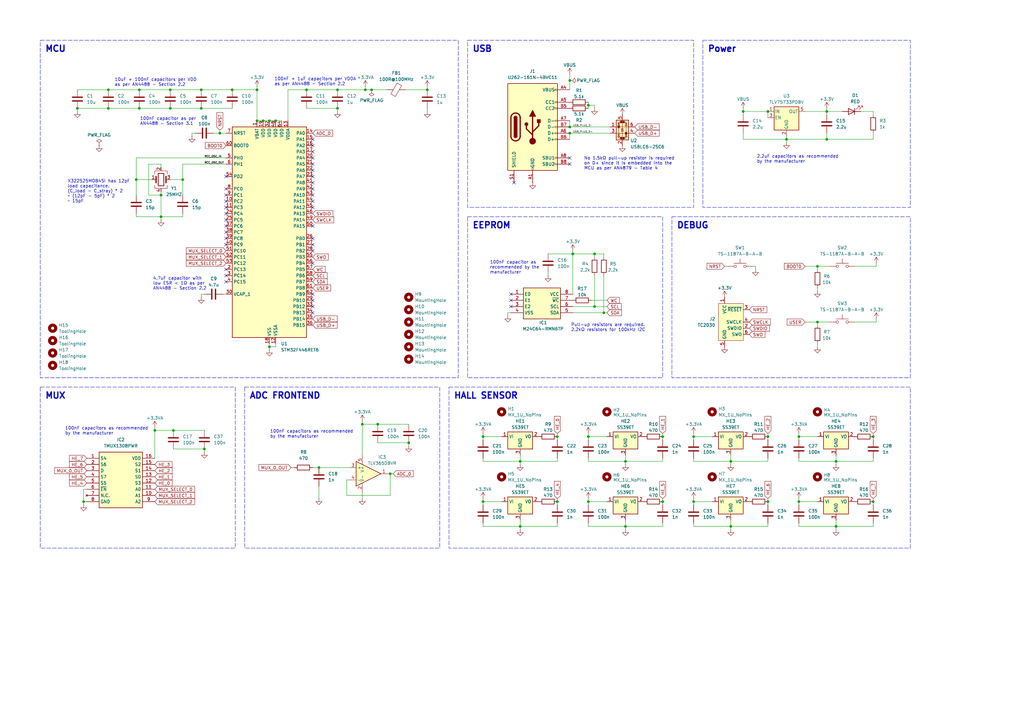
<source format=kicad_sch>
(kicad_sch (version 20231120) (generator "eeschema") (generator_version "8.0")
  (paper "A3")
  (title_block (title "HE8") (date "2024-10-28") (rev "1.0") (company "peppapighs"))
  (junction (at 44.45 44.45))
  (junction (at 130.81 191.77))
  (junction (at 154.94 173.99))
  (junction (at 125.73 36.83))
  (junction (at 234.95 104.14))
  (junction (at 233.68 52.07))
  (junction (at 82.55 44.45))
  (junction (at 105.41 36.83))
  (junction (at 66.04 80.01))
  (junction (at 152.4 36.83))
  (junction (at 284.48 205.74))
  (junction (at 34.29 205.74))
  (junction (at 314.96 179.07))
  (junction (at 198.12 179.07))
  (junction (at 138.43 36.83))
  (junction (at 314.96 205.74))
  (junction (at 327.66 179.07))
  (junction (at 198.12 205.74))
  (junction (at 55.88 73.66))
  (junction (at 271.78 179.07))
  (junction (at 63.5 176.53))
  (junction (at 339.09 57.15))
  (junction (at 148.59 173.99))
  (junction (at 284.48 179.07))
  (junction (at 74.93 73.66))
  (junction (at 71.12 176.53))
  (junction (at 113.03 49.53))
  (junction (at 304.8 45.72))
  (junction (at 256.54 215.9))
  (junction (at 322.58 57.15))
  (junction (at 299.72 215.9))
  (junction (at 149.86 36.83))
  (junction (at 271.78 205.74))
  (junction (at 342.9 215.9))
  (junction (at 241.3 43.18))
  (junction (at 69.85 44.45))
  (junction (at 213.36 215.9))
  (junction (at 66.04 88.9))
  (junction (at 233.68 54.61))
  (junction (at 247.65 128.27))
  (junction (at 57.15 44.45))
  (junction (at 138.43 44.45))
  (junction (at 358.14 179.07))
  (junction (at 243.84 125.73))
  (junction (at 228.6 205.74))
  (junction (at 69.85 36.83))
  (junction (at 107.95 49.53))
  (junction (at 339.09 45.72))
  (junction (at 57.15 36.83))
  (junction (at 44.45 36.83))
  (junction (at 213.36 189.23))
  (junction (at 233.68 33.02))
  (junction (at 110.49 49.53))
  (junction (at 83.82 184.15))
  (junction (at 299.72 189.23))
  (junction (at 241.3 205.74))
  (junction (at 110.49 142.24))
  (junction (at 342.9 189.23))
  (junction (at 314.96 45.72))
  (junction (at 175.26 36.83))
  (junction (at 256.54 189.23))
  (junction (at 327.66 205.74))
  (junction (at 90.17 54.61))
  (junction (at 358.14 205.74))
  (junction (at 228.6 179.07))
  (junction (at 95.25 36.83))
  (junction (at 31.75 44.45))
  (junction (at 241.3 179.07))
  (junction (at 167.64 181.61))
  (junction (at 335.28 132.08))
  (junction (at 335.28 109.22))
  (junction (at 160.02 194.31))
  (junction (at 105.41 49.53))
  (junction (at 243.84 104.14))
  (junction (at 82.55 36.83))
  (no_connect (at 210.82 74.93))
  (no_connect (at 128.27 77.47))
  (no_connect (at 92.71 110.49))
  (no_connect (at 92.71 95.25))
  (no_connect (at 128.27 85.09))
  (no_connect (at 92.71 113.03))
  (no_connect (at 128.27 107.95))
  (no_connect (at 92.71 85.09))
  (no_connect (at 209.55 120.65))
  (no_connect (at 128.27 92.71))
  (no_connect (at 92.71 72.39))
  (no_connect (at 92.71 87.63))
  (no_connect (at 92.71 100.33))
  (no_connect (at 92.71 77.47))
  (no_connect (at 209.55 123.19))
  (no_connect (at 128.27 123.19))
  (no_connect (at 92.71 92.71))
  (no_connect (at 233.68 64.77))
  (no_connect (at 128.27 97.79))
  (no_connect (at 128.27 57.15))
  (no_connect (at 128.27 100.33))
  (no_connect (at 128.27 128.27))
  (no_connect (at 128.27 67.31))
  (no_connect (at 128.27 120.65))
  (no_connect (at 128.27 82.55))
  (no_connect (at 233.68 67.31))
  (no_connect (at 209.55 125.73))
  (no_connect (at 128.27 80.01))
  (no_connect (at 128.27 72.39))
  (no_connect (at 128.27 102.87))
  (no_connect (at 128.27 59.69))
  (no_connect (at 92.71 80.01))
  (no_connect (at 128.27 69.85))
  (no_connect (at 128.27 64.77))
  (no_connect (at 92.71 115.57))
  (no_connect (at 92.71 90.17))
  (no_connect (at 92.71 97.79))
  (no_connect (at 128.27 74.93))
  (no_connect (at 128.27 62.23))
  (no_connect (at 128.27 125.73))
  (no_connect (at 92.71 82.55))
  (wire (pts (xy 66.04 88.9) (xy 74.93 88.9)))
  (wire (pts (xy 335.28 109.22) (xy 340.36 109.22)))
  (wire (pts (xy 228.6 204.47) (xy 228.6 205.74)))
  (wire (pts (xy 304.8 45.72) (xy 314.96 45.72)))
  (wire (pts (xy 82.55 120.65) (xy 82.55 121.92)))
  (wire (pts (xy 138.43 44.45) (xy 138.43 45.72)))
  (wire (pts (xy 241.3 205.74) (xy 248.92 205.74)))
  (wire (pts (xy 358.14 189.23) (xy 358.14 187.96)))
  (wire (pts (xy 256.54 186.69) (xy 256.54 189.23)))
  (wire (pts (xy 66.04 68.58) (xy 66.04 67.31)))
  (wire (pts (xy 198.12 214.63) (xy 198.12 215.9)))
  (wire (pts (xy 247.65 113.03) (xy 247.65 128.27)))
  (wire (pts (xy 149.86 36.83) (xy 152.4 36.83)))
  (wire (pts (xy 309.88 109.22) (xy 309.88 110.49)))
  (wire (pts (xy 339.09 45.72) (xy 330.2 45.72)))
  (wire (pts (xy 83.82 120.65) (xy 82.55 120.65)))
  (wire (pts (xy 31.75 36.83) (xy 44.45 36.83)))
  (wire (pts (xy 233.68 49.53) (xy 233.68 52.07)))
  (wire (pts (xy 234.95 102.87) (xy 234.95 104.14)))
  (wire (pts (xy 148.59 173.99) (xy 148.59 186.69)))
  (wire (pts (xy 322.58 57.15) (xy 339.09 57.15)))
  (wire (pts (xy 284.48 179.07) (xy 292.1 179.07)))
  (wire (pts (xy 66.04 80.01) (xy 66.04 88.9)))
  (wire (pts (xy 138.43 36.83) (xy 149.86 36.83)))
  (wire (pts (xy 110.49 140.97) (xy 110.49 142.24)))
  (wire (pts (xy 284.48 215.9) (xy 299.72 215.9)))
  (wire (pts (xy 299.72 190.5) (xy 299.72 189.23)))
  (wire (pts (xy 233.68 30.48) (xy 233.68 33.02)))
  (wire (pts (xy 241.3 41.91) (xy 241.3 43.18)))
  (wire (pts (xy 149.86 35.56) (xy 149.86 36.83)))
  (wire (pts (xy 271.78 207.01) (xy 271.78 205.74)))
  (wire (pts (xy 198.12 179.07) (xy 205.74 179.07)))
  (wire (pts (xy 241.3 43.18) (xy 243.84 43.18)))
  (wire (pts (xy 113.03 140.97) (xy 113.03 142.24)))
  (wire (pts (xy 322.58 57.15) (xy 322.58 55.88)))
  (wire (pts (xy 110.49 49.53) (xy 113.03 49.53)))
  (wire (pts (xy 154.94 181.61) (xy 167.64 181.61)))
  (wire (pts (xy 335.28 132.08) (xy 340.36 132.08)))
  (wire (pts (xy 224.79 113.03) (xy 224.79 111.76)))
  (wire (pts (xy 327.66 187.96) (xy 327.66 189.23)))
  (wire (pts (xy 107.95 49.53) (xy 110.49 49.53)))
  (wire (pts (xy 148.59 201.93) (xy 148.59 204.47)))
  (wire (pts (xy 342.9 217.17) (xy 342.9 215.9)))
  (wire (pts (xy 66.04 90.17) (xy 66.04 88.9)))
  (wire (pts (xy 339.09 46.99) (xy 339.09 45.72)))
  (wire (pts (xy 358.14 204.47) (xy 358.14 205.74)))
  (wire (pts (xy 342.9 190.5) (xy 342.9 189.23)))
  (wire (pts (xy 228.6 189.23) (xy 228.6 187.96)))
  (wire (pts (xy 299.72 217.17) (xy 299.72 215.9)))
  (wire (pts (xy 327.66 207.01) (xy 327.66 205.74)))
  (wire (pts (xy 327.66 180.34) (xy 327.66 179.07)))
  (wire (pts (xy 208.28 129.54) (xy 208.28 128.27)))
  (wire (pts (xy 142.24 203.2) (xy 160.02 203.2)))
  (wire (pts (xy 208.28 128.27) (xy 209.55 128.27)))
  (wire (pts (xy 63.5 175.26) (xy 63.5 176.53)))
  (wire (pts (xy 339.09 44.45) (xy 339.09 45.72)))
  (wire (pts (xy 243.84 104.14) (xy 247.65 104.14)))
  (wire (pts (xy 271.78 215.9) (xy 271.78 214.63)))
  (wire (pts (xy 304.8 57.15) (xy 322.58 57.15)))
  (wire (pts (xy 243.84 125.73) (xy 248.92 125.73)))
  (wire (pts (xy 330.2 109.22) (xy 335.28 109.22)))
  (wire (pts (xy 128.27 191.77) (xy 130.81 191.77)))
  (wire (pts (xy 234.95 128.27) (xy 247.65 128.27)))
  (wire (pts (xy 130.81 191.77) (xy 143.51 191.77)))
  (wire (pts (xy 57.15 44.45) (xy 69.85 44.45)))
  (wire (pts (xy 308.61 109.22) (xy 309.88 109.22)))
  (wire (pts (xy 148.59 172.72) (xy 148.59 173.99)))
  (wire (pts (xy 118.11 36.83) (xy 125.73 36.83)))
  (wire (pts (xy 158.75 194.31) (xy 160.02 194.31)))
  (wire (pts (xy 60.96 80.01) (xy 66.04 80.01)))
  (wire (pts (xy 113.03 49.53) (xy 115.57 49.53)))
  (wire (pts (xy 241.3 214.63) (xy 241.3 215.9)))
  (wire (pts (xy 142.24 196.85) (xy 142.24 203.2)))
  (wire (pts (xy 198.12 180.34) (xy 198.12 179.07)))
  (wire (pts (xy 335.28 109.22) (xy 335.28 110.49)))
  (wire (pts (xy 314.96 215.9) (xy 314.96 214.63)))
  (wire (pts (xy 327.66 205.74) (xy 335.28 205.74)))
  (wire (pts (xy 105.41 49.53) (xy 107.95 49.53)))
  (wire (pts (xy 213.36 217.17) (xy 213.36 215.9)))
  (wire (pts (xy 335.28 119.38) (xy 335.28 118.11)))
  (wire (pts (xy 110.49 142.24) (xy 110.49 143.51)))
  (wire (pts (xy 82.55 44.45) (xy 95.25 44.45)))
  (wire (pts (xy 243.84 104.14) (xy 243.84 105.41)))
  (wire (pts (xy 166.37 36.83) (xy 175.26 36.83)))
  (wire (pts (xy 55.88 88.9) (xy 55.88 87.63)))
  (wire (pts (xy 342.9 186.69) (xy 342.9 189.23)))
  (wire (pts (xy 241.3 215.9) (xy 256.54 215.9)))
  (wire (pts (xy 213.36 190.5) (xy 213.36 189.23)))
  (wire (pts (xy 271.78 180.34) (xy 271.78 179.07)))
  (wire (pts (xy 228.6 180.34) (xy 228.6 179.07)))
  (wire (pts (xy 243.84 113.03) (xy 243.84 125.73)))
  (wire (pts (xy 339.09 57.15) (xy 358.14 57.15)))
  (wire (pts (xy 299.72 189.23) (xy 314.96 189.23)))
  (wire (pts (xy 55.88 64.77) (xy 92.71 64.77)))
  (wire (pts (xy 69.85 36.83) (xy 82.55 36.83)))
  (wire (pts (xy 55.88 73.66) (xy 55.88 64.77)))
  (wire (pts (xy 213.36 213.36) (xy 213.36 215.9)))
  (wire (pts (xy 271.78 204.47) (xy 271.78 205.74)))
  (wire (pts (xy 284.48 177.8) (xy 284.48 179.07)))
  (wire (pts (xy 342.9 189.23) (xy 358.14 189.23)))
  (wire (pts (xy 327.66 177.8) (xy 327.66 179.07)))
  (wire (pts (xy 339.09 57.15) (xy 339.09 54.61)))
  (wire (pts (xy 63.5 176.53) (xy 71.12 176.53)))
  (wire (pts (xy 314.96 177.8) (xy 314.96 179.07)))
  (wire (pts (xy 71.12 176.53) (xy 83.82 176.53)))
  (wire (pts (xy 271.78 189.23) (xy 271.78 187.96)))
  (wire (pts (xy 95.25 36.83) (xy 105.41 36.83)))
  (wire (pts (xy 358.14 45.72) (xy 358.14 46.99)))
  (wire (pts (xy 113.03 142.24) (xy 110.49 142.24)))
  (wire (pts (xy 154.94 173.99) (xy 167.64 173.99)))
  (wire (pts (xy 284.48 189.23) (xy 299.72 189.23)))
  (wire (pts (xy 118.11 49.53) (xy 118.11 36.83)))
  (wire (pts (xy 152.4 36.83) (xy 158.75 36.83)))
  (wire (pts (xy 327.66 189.23) (xy 342.9 189.23)))
  (wire (pts (xy 256.54 189.23) (xy 271.78 189.23)))
  (wire (pts (xy 353.06 45.72) (xy 358.14 45.72)))
  (wire (pts (xy 198.12 187.96) (xy 198.12 189.23)))
  (wire (pts (xy 314.96 204.47) (xy 314.96 205.74)))
  (wire (pts (xy 297.18 109.22) (xy 298.45 109.22)))
  (wire (pts (xy 105.41 36.83) (xy 105.41 49.53)))
  (wire (pts (xy 66.04 78.74) (xy 66.04 80.01)))
  (wire (pts (xy 358.14 177.8) (xy 358.14 179.07)))
  (wire (pts (xy 339.09 45.72) (xy 345.44 45.72)))
  (wire (pts (xy 62.23 73.66) (xy 55.88 73.66)))
  (wire (pts (xy 284.48 214.63) (xy 284.48 215.9)))
  (wire (pts (xy 256.54 213.36) (xy 256.54 215.9)))
  (wire (pts (xy 143.51 196.85) (xy 142.24 196.85)))
  (wire (pts (xy 83.82 184.15) (xy 71.12 184.15)))
  (wire (pts (xy 247.65 104.14) (xy 247.65 105.41)))
  (wire (pts (xy 60.96 67.31) (xy 60.96 80.01)))
  (wire (pts (xy 358.14 215.9) (xy 358.14 214.63)))
  (wire (pts (xy 91.44 120.65) (xy 92.71 120.65)))
  (wire (pts (xy 233.68 33.02) (xy 233.68 36.83)))
  (wire (pts (xy 256.54 217.17) (xy 256.54 215.9)))
  (wire (pts (xy 74.93 67.31) (xy 92.71 67.31)))
  (wire (pts (xy 284.48 180.34) (xy 284.48 179.07)))
  (wire (pts (xy 299.72 213.36) (xy 299.72 215.9)))
  (wire (pts (xy 359.41 109.22) (xy 359.41 107.95)))
  (wire (pts (xy 299.72 186.69) (xy 299.72 189.23)))
  (wire (pts (xy 120.65 191.77) (xy 119.38 191.77)))
  (wire (pts (xy 198.12 205.74) (xy 205.74 205.74)))
  (wire (pts (xy 90.17 54.61) (xy 92.71 54.61)))
  (wire (pts (xy 314.96 189.23) (xy 314.96 187.96)))
  (wire (pts (xy 243.84 43.18) (xy 243.84 44.45)))
  (wire (pts (xy 234.95 125.73) (xy 243.84 125.73)))
  (wire (pts (xy 358.14 207.01) (xy 358.14 205.74)))
  (wire (pts (xy 241.3 189.23) (xy 256.54 189.23)))
  (wire (pts (xy 34.29 207.01) (xy 34.29 205.74)))
  (wire (pts (xy 350.52 132.08) (xy 359.41 132.08)))
  (wire (pts (xy 327.66 204.47) (xy 327.66 205.74)))
  (wire (pts (xy 234.95 104.14) (xy 243.84 104.14)))
  (wire (pts (xy 78.74 55.88) (xy 78.74 54.61)))
  (wire (pts (xy 284.48 204.47) (xy 284.48 205.74)))
  (wire (pts (xy 148.59 173.99) (xy 154.94 173.99)))
  (wire (pts (xy 213.36 189.23) (xy 228.6 189.23)))
  (wire (pts (xy 228.6 177.8) (xy 228.6 179.07)))
  (wire (pts (xy 44.45 36.83) (xy 57.15 36.83)))
  (wire (pts (xy 322.58 58.42) (xy 322.58 57.15)))
  (wire (pts (xy 327.66 214.63) (xy 327.66 215.9)))
  (wire (pts (xy 74.93 88.9) (xy 74.93 87.63)))
  (wire (pts (xy 284.48 205.74) (xy 292.1 205.74)))
  (wire (pts (xy 125.73 36.83) (xy 138.43 36.83)))
  (wire (pts (xy 256.54 190.5) (xy 256.54 189.23)))
  (wire (pts (xy 241.3 180.34) (xy 241.3 179.07)))
  (wire (pts (xy 228.6 215.9) (xy 228.6 214.63)))
  (wire (pts (xy 90.17 53.34) (xy 90.17 54.61)))
  (wire (pts (xy 160.02 194.31) (xy 161.29 194.31)))
  (wire (pts (xy 213.36 186.69) (xy 213.36 189.23)))
  (wire (pts (xy 350.52 109.22) (xy 359.41 109.22)))
  (wire (pts (xy 241.3 204.47) (xy 241.3 205.74)))
  (wire (pts (xy 69.85 73.66) (xy 74.93 73.66)))
  (wire (pts (xy 241.3 187.96) (xy 241.3 189.23)))
  (wire (pts (xy 44.45 44.45) (xy 57.15 44.45)))
  (wire (pts (xy 304.8 44.45) (xy 304.8 45.72)))
  (wire (pts (xy 234.95 104.14) (xy 234.95 120.65)))
  (wire (pts (xy 160.02 203.2) (xy 160.02 194.31)))
  (wire (pts (xy 247.65 128.27) (xy 248.92 128.27)))
  (wire (pts (xy 66.04 67.31) (xy 60.96 67.31)))
  (wire (pts (xy 342.9 213.36) (xy 342.9 215.9)))
  (wire (pts (xy 78.74 54.61) (xy 80.01 54.61)))
  (wire (pts (xy 284.48 187.96) (xy 284.48 189.23)))
  (wire (pts (xy 31.75 44.45) (xy 44.45 44.45)))
  (wire (pts (xy 55.88 73.66) (xy 55.88 80.01)))
  (wire (pts (xy 34.29 205.74) (xy 35.56 205.74)))
  (wire (pts (xy 335.28 132.08) (xy 335.28 133.35)))
  (wire (pts (xy 198.12 204.47) (xy 198.12 205.74)))
  (wire (pts (xy 198.12 215.9) (xy 213.36 215.9)))
  (wire (pts (xy 224.79 104.14) (xy 234.95 104.14)))
  (wire (pts (xy 358.14 54.61) (xy 358.14 57.15)))
  (wire (pts (xy 105.41 35.56) (xy 105.41 36.83)))
  (wire (pts (xy 175.26 35.56) (xy 175.26 36.83)))
  (wire (pts (xy 198.12 189.23) (xy 213.36 189.23)))
  (wire (pts (xy 213.36 215.9) (xy 228.6 215.9)))
  (wire (pts (xy 256.54 215.9) (xy 271.78 215.9)))
  (wire (pts (xy 314.96 180.34) (xy 314.96 179.07)))
  (wire (pts (xy 63.5 176.53) (xy 63.5 187.96)))
  (wire (pts (xy 57.15 36.83) (xy 69.85 36.83)))
  (wire (pts (xy 233.68 54.61) (xy 250.19 54.61)))
  (wire (pts (xy 233.68 52.07) (xy 250.19 52.07)))
  (wire (pts (xy 342.9 215.9) (xy 358.14 215.9)))
  (wire (pts (xy 241.3 43.18) (xy 241.3 44.45)))
  (wire (pts (xy 87.63 54.61) (xy 90.17 54.61)))
  (wire (pts (xy 233.68 54.61) (xy 233.68 57.15)))
  (wire (pts (xy 241.3 179.07) (xy 248.92 179.07)))
  (wire (pts (xy 83.82 185.42) (xy 83.82 184.15)))
  (wire (pts (xy 314.96 207.01) (xy 314.96 205.74)))
  (wire (pts (xy 35.56 200.66) (xy 34.29 200.66)))
  (wire (pts (xy 175.26 45.72) (xy 175.26 44.45)))
  (wire (pts (xy 327.66 179.07) (xy 335.28 179.07)))
  (wire (pts (xy 335.28 142.24) (xy 335.28 140.97)))
  (wire (pts (xy 359.41 132.08) (xy 359.41 130.81)))
  (wire (pts (xy 69.85 44.45) (xy 82.55 44.45)))
  (wire (pts (xy 241.3 207.01) (xy 241.3 205.74)))
  (wire (pts (xy 330.2 132.08) (xy 335.28 132.08)))
  (wire (pts (xy 125.73 44.45) (xy 138.43 44.45)))
  (wire (pts (xy 299.72 215.9) (xy 314.96 215.9)))
  (wire (pts (xy 241.3 177.8) (xy 241.3 179.07)))
  (wire (pts (xy 284.48 207.01) (xy 284.48 205.74)))
  (wire (pts (xy 304.8 46.99) (xy 304.8 45.72)))
  (wire (pts (xy 74.93 73.66) (xy 74.93 80.01)))
  (wire (pts (xy 228.6 207.01) (xy 228.6 205.74)))
  (wire (pts (xy 198.12 207.01) (xy 198.12 205.74)))
  (wire (pts (xy 74.93 73.66) (xy 74.93 67.31)))
  (wire (pts (xy 34.29 200.66) (xy 34.29 205.74)))
  (wire (pts (xy 198.12 177.8) (xy 198.12 179.07)))
  (wire (pts (xy 167.64 182.88) (xy 167.64 181.61)))
  (wire (pts (xy 31.75 45.72) (xy 31.75 44.45)))
  (wire (pts (xy 130.81 204.47) (xy 130.81 199.39)))
  (wire (pts (xy 271.78 177.8) (xy 271.78 179.07)))
  (wire (pts (xy 314.96 45.72) (xy 314.96 48.26)))
  (wire (pts (xy 55.88 88.9) (xy 66.04 88.9)))
  (wire (pts (xy 304.8 54.61) (xy 304.8 57.15)))
  (wire (pts (xy 82.55 36.83) (xy 95.25 36.83)))
  (wire (pts (xy 242.57 123.19) (xy 248.92 123.19)))
  (wire (pts (xy 327.66 215.9) (xy 342.9 215.9)))
  (wire (pts (xy 358.14 180.34) (xy 358.14 179.07)))
  (text_box "USB" (at 191.77 16.51 0) (size 92.71 68.58) (stroke (width 0) (type dash)) (effects (font (size 2.54 2.54) (thickness 0.508) (bold yes)) (justify left top)))
  (text_box "MCU" (at 16.51 16.51 0) (size 171.45 138.43) (stroke (width 0) (type dash)) (effects (font (size 2.54 2.54) (thickness 0.508) (bold yes)) (justify left top)))
  (text_box "ADC FRONTEND" (at 100.33 158.75 0) (size 80.01 66.04) (stroke (width 0) (type dash)) (effects (font (size 2.54 2.54) (thickness 0.508) (bold yes)) (justify left top)))
  (text_box "EEPROM" (at 191.77 88.9 0) (size 80.01 66.04) (stroke (width 0) (type dash)) (effects (font (size 2.54 2.54) (thickness 0.508) (bold yes)) (justify left top)))
  (text_box "DEBUG" (at 275.59 88.9 0) (size 97.79 66.04) (stroke (width 0) (type dash)) (effects (font (size 2.54 2.54) (thickness 0.508) (bold yes)) (justify left top)))
  (text_box "HALL SENSOR" (at 184.15 158.75 0) (size 189.23 66.04) (stroke (width 0) (type dash)) (effects (font (size 2.54 2.54) (thickness 0.508) (bold yes)) (justify left top)))
  (text_box "Power" (at 288.29 16.51 0) (size 85.09 68.58) (stroke (width 0) (type dash)) (effects (font (size 2.54 2.54) (thickness 0.508) (bold yes)) (justify left top)))
  (text_box "MUX" (at 16.51 158.75 0) (size 80.01 66.04) (stroke (width 0) (type dash)) (effects (font (size 2.54 2.54) (thickness 0.508) (bold yes)) (justify left top)))
  (text "X322525MOB4SI has 12pF\nload capacitance.\n(C_load - C_stray) * 2\n~ (12pF - 5pF) * 2\n~ 15pF" (at 27.686 78.486 0) (effects (font (size 1.27 1.27)) (justify left)))
  (text "100nF capacitor as per\nAN4488 - Section 3.1" (at 57.404 49.784 0) (effects (font (size 1.27 1.27)) (justify left)))
  (text "4.7uF capacitor with\nlow ESR < 1Ω as per\nAN4488 - Section 2.2" (at 62.738 116.332 0) (effects (font (size 1.27 1.27)) (justify left)))
  (text "100nF + 1uF capacitors per VDDA\nas per AN4488 - Section 2.2" (at 112.522 33.528 0) (effects (font (size 1.27 1.27)) (justify left)))
  (text "2.2uF capacitors as recommended\nby the manufacturer" (at 310.388 65.278 0) (effects (font (size 1.27 1.27)) (justify left)))
  (text "100nF capacitors as recommended\nby the manufacturer" (at 26.67 176.784 0) (effects (font (size 1.27 1.27)) (justify left)))
  (text "No 1.5kΩ pull-up resistor is required\non D+ since it is embedded into the\nMCU as per AN4879 - Table 4" (at 239.522 67.056 0) (effects (font (size 1.27 1.27) (thickness 0.1588)) (justify left)))
  (text "10uF + 100nF capacitors per VDD\nas per AN4488 - Section 2.2" (at 46.99 33.782 0) (effects (font (size 1.27 1.27)) (justify left)))
  (text "100nF capacitors as recommended\nby the manufacturer" (at 110.744 178.054 0) (effects (font (size 1.27 1.27)) (justify left)))
  (text "Pull-up resistors are required.\n2.2kΩ resistors for 100kHz I2C" (at 234.188 134.366 0) (effects (font (size 1.27 1.27)) (justify left)))
  (text "100nF capacitor as \nrecommended by the\nmanufacturer" (at 200.914 109.728 0) (effects (font (size 1.27 1.27)) (justify left)))
  (label "RCC_OSC_OUT" (at 83.82 67.31 0) (effects (font (size 0.762 0.762))))
  (label "USB_PLUG_D-" (at 234.95 52.07 0) (effects (font (size 0.762 0.762) (thickness 0.0953))))
  (label "USB_PLUG_D+" (at 234.95 54.61 0) (effects (font (size 0.762 0.762) (thickness 0.0953))))
  (label "RCC_OSC_IN" (at 83.82 64.77 0) (effects (font (size 0.762 0.762))))
  (global_label "USB_D+" (shape input) (at 128.27 133.35 0) (property "Intersheetrefs" "${INTERSHEET_REFS}" (effects (hide yes))))
  (global_label "SWDIO" (shape input) (at 307.34 134.62 0) (property "Intersheetrefs" "${INTERSHEET_REFS}" (effects (hide yes))))
  (global_label "HE_1" (shape input) (at 271.78 177.8 90) (property "Intersheetrefs" "${INTERSHEET_REFS}" (effects (hide yes))))
  (global_label "HE_1" (shape input) (at 63.5 195.58 0) (property "Intersheetrefs" "${INTERSHEET_REFS}" (effects (hide yes))))
  (global_label "MUX_0_OUT" (shape input) (at 119.38 191.77 180) (property "Intersheetrefs" "${INTERSHEET_REFS}" (effects (hide yes))))
  (global_label "MUX_SELECT_0" (shape input) (at 63.5 200.66 0) (property "Intersheetrefs" "${INTERSHEET_REFS}" (effects (hide yes))))
  (global_label "SDA" (shape input) (at 128.27 115.57 0) (property "Intersheetrefs" "${INTERSHEET_REFS}" (effects (hide yes))))
  (global_label "HE_4" (shape input) (at 228.6 204.47 90) (property "Intersheetrefs" "${INTERSHEET_REFS}" (effects (hide yes))))
  (global_label "ADC_0" (shape input) (at 128.27 54.61 0) (property "Intersheetrefs" "${INTERSHEET_REFS}" (effects (hide yes))))
  (global_label "HE_5" (shape input) (at 35.56 195.58 180) (property "Intersheetrefs" "${INTERSHEET_REFS}" (effects (hide yes))))
  (global_label "HE_6" (shape input) (at 35.56 190.5 180) (property "Intersheetrefs" "${INTERSHEET_REFS}" (effects (hide yes))))
  (global_label "SWCLK" (shape input) (at 128.27 90.17 0) (property "Intersheetrefs" "${INTERSHEET_REFS}" (effects (hide yes))))
  (global_label "HE_7" (shape input) (at 35.56 187.96 180) (property "Intersheetrefs" "${INTERSHEET_REFS}" (effects (hide yes))))
  (global_label "WC" (shape input) (at 248.92 123.19 0) (property "Intersheetrefs" "${INTERSHEET_REFS}" (effects (hide yes))))
  (global_label "NRST" (shape input) (at 90.17 53.34 90) (property "Intersheetrefs" "${INTERSHEET_REFS}" (effects (hide yes))))
  (global_label "MUX_SELECT_1" (shape input) (at 92.71 105.41 180) (property "Intersheetrefs" "${INTERSHEET_REFS}" (effects (hide yes))))
  (global_label "SDA" (shape input) (at 248.92 128.27 0) (property "Intersheetrefs" "${INTERSHEET_REFS}" (effects (hide yes))))
  (global_label "HE_7" (shape input) (at 358.14 204.47 90) (property "Intersheetrefs" "${INTERSHEET_REFS}" (effects (hide yes))))
  (global_label "BOOT0" (shape input) (at 330.2 109.22 180) (property "Intersheetrefs" "${INTERSHEET_REFS}" (effects (hide yes))))
  (global_label "MUX_SELECT_0" (shape input) (at 92.71 102.87 180) (property "Intersheetrefs" "${INTERSHEET_REFS}" (effects (hide yes))))
  (global_label "SWDIO" (shape input) (at 128.27 87.63 0) (property "Intersheetrefs" "${INTERSHEET_REFS}" (effects (hide yes))))
  (global_label "MUX_0_OUT" (shape input) (at 35.56 193.04 180) (property "Intersheetrefs" "${INTERSHEET_REFS}" (effects (hide yes))))
  (global_label "MUX_SELECT_1" (shape input) (at 63.5 203.2 0) (property "Intersheetrefs" "${INTERSHEET_REFS}" (effects (hide yes))))
  (global_label "HE_6" (shape input) (at 314.96 204.47 90) (property "Intersheetrefs" "${INTERSHEET_REFS}" (effects (hide yes))))
  (global_label "ADC_0" (shape input) (at 161.29 194.31 0) (property "Intersheetrefs" "${INTERSHEET_REFS}" (effects (hide yes))))
  (global_label "USER" (shape input) (at 128.27 118.11 0) (property "Intersheetrefs" "${INTERSHEET_REFS}" (effects (hide yes))))
  (global_label "USB_D+" (shape input) (at 260.35 54.61 0) (property "Intersheetrefs" "${INTERSHEET_REFS}" (effects (hide yes))))
  (global_label "NRST" (shape input) (at 307.34 127 0) (property "Intersheetrefs" "${INTERSHEET_REFS}" (effects (hide yes))))
  (global_label "BOOT0" (shape input) (at 92.71 59.69 180) (property "Intersheetrefs" "${INTERSHEET_REFS}" (effects (hide yes))))
  (global_label "HE_2" (shape input) (at 314.96 177.8 90) (property "Intersheetrefs" "${INTERSHEET_REFS}" (effects (hide yes))))
  (global_label "USB_D-" (shape input) (at 260.35 52.07 0) (property "Intersheetrefs" "${INTERSHEET_REFS}" (effects (hide yes))))
  (global_label "HE_3" (shape input) (at 358.14 177.8 90) (property "Intersheetrefs" "${INTERSHEET_REFS}" (effects (hide yes))))
  (global_label "HE_5" (shape input) (at 271.78 204.47 90) (property "Intersheetrefs" "${INTERSHEET_REFS}" (effects (hide yes))))
  (global_label "WC" (shape input) (at 128.27 110.49 0) (property "Intersheetrefs" "${INTERSHEET_REFS}" (effects (hide yes))))
  (global_label "SWO" (shape input) (at 307.34 137.16 0) (property "Intersheetrefs" "${INTERSHEET_REFS}" (effects (hide yes))))
  (global_label "MUX_SELECT_2" (shape input) (at 92.71 107.95 180) (property "Intersheetrefs" "${INTERSHEET_REFS}" (effects (hide yes))))
  (global_label "HE_4" (shape input) (at 35.56 198.12 180) (property "Intersheetrefs" "${INTERSHEET_REFS}" (effects (hide yes))))
  (global_label "MUX_SELECT_2" (shape input) (at 63.5 205.74 0) (property "Intersheetrefs" "${INTERSHEET_REFS}" (effects (hide yes))))
  (global_label "SCL" (shape input) (at 128.27 113.03 0) (property "Intersheetrefs" "${INTERSHEET_REFS}" (effects (hide yes))))
  (global_label "SWO" (shape input) (at 128.27 105.41 0) (property "Intersheetrefs" "${INTERSHEET_REFS}" (effects (hide yes))))
  (global_label "USER" (shape input) (at 330.2 132.08 180) (property "Intersheetrefs" "${INTERSHEET_REFS}" (effects (hide yes))))
  (global_label "SCL" (shape input) (at 248.92 125.73 0) (property "Intersheetrefs" "${INTERSHEET_REFS}" (effects (hide yes))))
  (global_label "HE_2" (shape input) (at 63.5 193.04 0) (property "Intersheetrefs" "${INTERSHEET_REFS}" (effects (hide yes))))
  (global_label "USB_D-" (shape input) (at 128.27 130.81 0) (property "Intersheetrefs" "${INTERSHEET_REFS}" (effects (hide yes))))
  (global_label "SWCLK" (shape input) (at 307.34 132.08 0) (property "Intersheetrefs" "${INTERSHEET_REFS}" (effects (hide yes))))
  (global_label "HE_0" (shape input) (at 63.5 198.12 0) (property "Intersheetrefs" "${INTERSHEET_REFS}" (effects (hide yes))))
  (global_label "NRST" (shape input) (at 297.18 109.22 180) (property "Intersheetrefs" "${INTERSHEET_REFS}" (effects (hide yes))))
  (global_label "HE_0" (shape input) (at 228.6 177.8 90) (property "Intersheetrefs" "${INTERSHEET_REFS}" (effects (hide yes))))
  (global_label "HE_3" (shape input) (at 63.5 190.5 0) (property "Intersheetrefs" "${INTERSHEET_REFS}" (effects (hide yes))))
  (symbol (lib_id "SS39ET:SS39ET") (at 299.72 179.07 0) (unit 1)
    (property "Reference" "HE3" (at 299.72 172.72 0))
    (property "Value" "SS39ET" (at 299.72 175.26 0))
    (property "Footprint" "HE8:SOT95P280X140-3N" (effects (hide yes)))
    (property "Datasheet" "https://sensing.honeywell.com/index.php?ci_id=50359" (effects (hide yes)))
    (property "Description" "Analog Hall Sensor SOT23" (effects (hide yes)))
    (property "Height" "1.4" (effects (hide yes)))
    (property "Mouser Part Number" "785-SS39ET" (effects (hide yes)))
    (property "Mouser Price/Stock" "https://www.mouser.co.uk/ProductDetail/Honeywell/SS39ET?qs=JeAkOuORR2XTjFIvahnwWg%3D%3D" (effects (hide yes)))
    (property "Manufacturer_Name" "Honeywell" (effects (hide yes)))
    (property "Manufacturer_Part_Number" "SS39ET" (effects (hide yes)))
  )
  (symbol (lib_id "power:+3.3VA") (at 327.66 177.8 0) (unit 1)
    (property "Reference" "#PWR044" (effects (hide yes)))
    (property "Value" "+3.3VA" (at 327.66 173.99 0))
    (property "Description" "Power symbol creates a global label with name \"+3.3VA\"" (effects (hide yes)))
  )
  (symbol (lib_id "power:GND") (at 218.44 74.93 0) (unit 1)
    (property "Reference" "#PWR012" (effects (hide yes)))
    (property "Value" "GND" (effects (hide yes)))
    (property "Description" "Power symbol creates a global label with name \"GND\" , ground" (effects (hide yes)))
  )
  (symbol (lib_id "Device:C") (at 327.66 210.82 0) (unit 1)
    (property "Reference" "C35" (at 331.47 209.5499 0) (effects (justify left)))
    (property "Value" "100n" (at 331.47 212.0899 0) (effects (justify left)))
    (property "Footprint" "Capacitor_SMD:C_0402_1005Metric" (effects (hide yes)))
    (property "Description" "Unpolarized capacitor" (effects (hide yes)))
  )
  (symbol (lib_id "Mechanical:MountingHole") (at 21.59 134.62 0) (unit 1) (exclude_from_sim yes) (in_bom no)
    (property "Reference" "H15" (at 24.13 133.3499 0) (effects (justify left)))
    (property "Value" "ToolingHole" (at 24.13 135.8899 0) (effects (justify left)))
    (property "Footprint" "HE8:ToolingHole" (effects (hide yes)))
    (property "Description" "Mounting Hole without connection" (effects (hide yes)))
  )
  (symbol (lib_id "power:+3.3VA") (at 284.48 204.47 0) (unit 1)
    (property "Reference" "#PWR050" (effects (hide yes)))
    (property "Value" "+3.3VA" (at 284.48 200.66 0))
    (property "Description" "Power symbol creates a global label with name \"+3.3VA\"" (effects (hide yes)))
  )
  (symbol (lib_id "Device:R") (at 354.33 179.07 90) (unit 1)
    (property "Reference" "R12" (at 354.33 173.99 90))
    (property "Value" "470" (at 354.33 176.53 90))
    (property "Footprint" "Resistor_SMD:R_0402_1005Metric" (effects (hide yes)))
    (property "Description" "Resistor" (effects (hide yes)))
  )
  (symbol (lib_id "Mechanical:MountingHole") (at 167.64 137.16 0) (unit 1) (exclude_from_sim yes) (in_bom no)
    (property "Reference" "H12" (at 170.18 135.8899 0) (effects (justify left)))
    (property "Value" "MountingHole" (at 170.18 138.4299 0) (effects (justify left)))
    (property "Footprint" "MountingHole:MountingHole_3.2mm_M3" (effects (hide yes)))
    (property "Description" "Mounting Hole without connection" (effects (hide yes)))
  )
  (symbol (lib_id "power:PWR_FLAG") (at 233.68 33.02 270) (unit 1)
    (property "Reference" "#FLG03" (effects (hide yes)))
    (property "Value" "PWR_FLAG" (at 241.3 33.02 90))
    (property "Description" "Special symbol for telling ERC where power comes from" (effects (hide yes)))
  )
  (symbol (lib_id "Device:C") (at 31.75 40.64 0) (unit 1)
    (property "Reference" "C1" (at 35.56 39.3699 0) (effects (justify left)))
    (property "Value" "10u" (at 35.56 41.9099 0) (effects (justify left)))
    (property "Footprint" "Capacitor_SMD:C_0603_1608Metric" (effects (hide yes)))
    (property "Description" "Unpolarized capacitor" (effects (hide yes)))
  )
  (symbol (lib_id "power:GND") (at 213.36 217.17 0) (unit 1)
    (property "Reference" "#PWR047" (effects (hide yes)))
    (property "Value" "GND" (effects (hide yes)))
    (property "Description" "Power symbol creates a global label with name \"GND\" , ground" (effects (hide yes)))
  )
  (symbol (lib_id "Device:R") (at 124.46 191.77 90) (unit 1)
    (property "Reference" "R8" (at 124.46 185.42 90))
    (property "Value" "470" (at 124.46 187.96 90))
    (property "Footprint" "Resistor_SMD:R_0402_1005Metric" (effects (hide yes)))
    (property "Description" "Resistor" (effects (hide yes)))
  )
  (symbol (lib_id "power:GND") (at 243.84 44.45 0) (unit 1)
    (property "Reference" "#PWR013" (effects (hide yes)))
    (property "Value" "GND" (effects (hide yes)))
    (property "Description" "Power symbol creates a global label with name \"GND\" , ground" (effects (hide yes)))
  )
  (symbol (lib_id "Device:C") (at 241.3 210.82 0) (unit 1)
    (property "Reference" "C31" (at 245.11 209.5499 0) (effects (justify left)))
    (property "Value" "100n" (at 245.11 212.0899 0) (effects (justify left)))
    (property "Footprint" "Capacitor_SMD:C_0402_1005Metric" (effects (hide yes)))
    (property "Description" "Unpolarized capacitor" (effects (hide yes)))
  )
  (symbol (lib_id "Device:C") (at 44.45 40.64 0) (unit 1)
    (property "Reference" "C2" (at 48.26 39.3699 0) (effects (justify left)))
    (property "Value" "100n" (at 48.26 41.9099 0) (effects (justify left)))
    (property "Footprint" "Capacitor_SMD:C_0402_1005Metric" (effects (hide yes)))
    (property "Description" "Unpolarized capacitor" (effects (hide yes)))
  )
  (symbol (lib_id "Mechanical:MountingHole") (at 167.64 132.08 0) (unit 1) (exclude_from_sim yes) (in_bom no)
    (property "Reference" "H11" (at 170.18 130.8099 0) (effects (justify left)))
    (property "Value" "MountingHole" (at 170.18 133.3499 0) (effects (justify left)))
    (property "Footprint" "MountingHole:MountingHole_3.2mm_M3" (effects (hide yes)))
    (property "Description" "Mounting Hole without connection" (effects (hide yes)))
  )
  (symbol (lib_id "Power_Protection:USBLC6-2SC6") (at 255.27 52.07 0) (unit 1)
    (property "Reference" "U2" (at 258.572 57.658 0) (effects (justify left)))
    (property "Value" "USBLC6-2SC6" (at 258.572 60.198 0) (effects (justify left)))
    (property "Footprint" "Package_TO_SOT_SMD:SOT-23-6" (effects (hide yes)))
    (property "Datasheet" "https://www.st.com/resource/en/datasheet/usblc6-2.pdf" (effects (hide yes)))
    (property "Description" "Very low capacitance ESD protection diode, 2 data-line, SOT-23-6" (effects (hide yes)))
  )
  (symbol (lib_id "Mechanical:MountingHole") (at 292.1 195.58 0) (unit 1) (exclude_from_sim yes) (in_bom no)
    (property "Reference" "H7" (at 294.64 194.3099 0) (effects (justify left)))
    (property "Value" "MX_1U_NoPins" (at 294.64 196.8499 0) (effects (justify left)))
    (property "Footprint" "HE8:MX-1U-NoPins" (effects (hide yes)))
    (property "Description" "Mounting Hole without connection" (effects (hide yes)))
  )
  (symbol (lib_id "Device:C") (at 284.48 210.82 0) (unit 1)
    (property "Reference" "C33" (at 288.29 209.5499 0) (effects (justify left)))
    (property "Value" "100n" (at 288.29 212.0899 0) (effects (justify left)))
    (property "Footprint" "Capacitor_SMD:C_0402_1005Metric" (effects (hide yes)))
    (property "Description" "Unpolarized capacitor" (effects (hide yes)))
  )
  (symbol (lib_id "Device:C") (at 228.6 210.82 0) (unit 1)
    (property "Reference" "C30" (at 232.41 209.5499 0) (effects (justify left)))
    (property "Value" "1n" (at 232.41 212.0899 0) (effects (justify left)))
    (property "Footprint" "Capacitor_SMD:C_0402_1005Metric" (effects (hide yes)))
    (property "Description" "Unpolarized capacitor" (effects (hide yes)))
  )
  (symbol (lib_id "Device:C") (at 271.78 184.15 0) (unit 1)
    (property "Reference" "C24" (at 275.59 182.8799 0) (effects (justify left)))
    (property "Value" "1n" (at 275.59 185.4199 0) (effects (justify left)))
    (property "Footprint" "Capacitor_SMD:C_0402_1005Metric" (effects (hide yes)))
    (property "Description" "Unpolarized capacitor" (effects (hide yes)))
  )
  (symbol (lib_id "power:VBUS") (at 255.27 46.99 0) (unit 1)
    (property "Reference" "#PWR015" (effects (hide yes)))
    (property "Value" "VBUS" (at 255.27 43.18 0))
    (property "Description" "Power symbol creates a global label with name \"VBUS\"" (effects (hide yes)))
  )
  (symbol (lib_id "Device:C") (at 271.78 210.82 0) (unit 1)
    (property "Reference" "C32" (at 275.59 209.5499 0) (effects (justify left)))
    (property "Value" "1n" (at 275.59 212.0899 0) (effects (justify left)))
    (property "Footprint" "Capacitor_SMD:C_0402_1005Metric" (effects (hide yes)))
    (property "Description" "Unpolarized capacitor" (effects (hide yes)))
  )
  (symbol (lib_id "power:GND") (at 130.81 204.47 0) (unit 1)
    (property "Reference" "#PWR034" (effects (hide yes)))
    (property "Value" "GND" (effects (hide yes)))
    (property "Description" "Power symbol creates a global label with name \"GND\" , ground" (effects (hide yes)))
  )
  (symbol (lib_id "SS39ET:SS39ET") (at 342.9 179.07 0) (unit 1)
    (property "Reference" "HE4" (at 342.9 172.72 0))
    (property "Value" "SS39ET" (at 342.9 175.26 0))
    (property "Footprint" "HE8:SOT95P280X140-3N" (effects (hide yes)))
    (property "Datasheet" "https://sensing.honeywell.com/index.php?ci_id=50359" (effects (hide yes)))
    (property "Description" "Analog Hall Sensor SOT23" (effects (hide yes)))
    (property "Height" "1.4" (effects (hide yes)))
    (property "Mouser Part Number" "785-SS39ET" (effects (hide yes)))
    (property "Mouser Price/Stock" "https://www.mouser.co.uk/ProductDetail/Honeywell/SS39ET?qs=JeAkOuORR2XTjFIvahnwWg%3D%3D" (effects (hide yes)))
    (property "Manufacturer_Name" "Honeywell" (effects (hide yes)))
    (property "Manufacturer_Part_Number" "SS39ET" (effects (hide yes)))
  )
  (symbol (lib_id "power:GND") (at 213.36 190.5 0) (unit 1)
    (property "Reference" "#PWR038" (effects (hide yes)))
    (property "Value" "GND" (effects (hide yes)))
    (property "Description" "Power symbol creates a global label with name \"GND\" , ground" (effects (hide yes)))
  )
  (symbol (lib_id "power:+3.3VA") (at 284.48 177.8 0) (unit 1)
    (property "Reference" "#PWR042" (effects (hide yes)))
    (property "Value" "+3.3VA" (at 284.48 173.99 0))
    (property "Description" "Power symbol creates a global label with name \"+3.3VA\"" (effects (hide yes)))
  )
  (symbol (lib_id "power:GND") (at 335.28 119.38 0) (unit 1)
    (property "Reference" "#PWR024" (effects (hide yes)))
    (property "Value" "GND" (effects (hide yes)))
    (property "Description" "Power symbol creates a global label with name \"GND\" , ground" (effects (hide yes)))
  )
  (symbol (lib_id "Device:C") (at 327.66 184.15 0) (unit 1)
    (property "Reference" "C27" (at 331.47 182.8799 0) (effects (justify left)))
    (property "Value" "100n" (at 331.47 185.4199 0) (effects (justify left)))
    (property "Footprint" "Capacitor_SMD:C_0402_1005Metric" (effects (hide yes)))
    (property "Description" "Unpolarized capacitor" (effects (hide yes)))
  )
  (symbol (lib_id "Switch:SW_Push") (at 345.44 109.22 0) (unit 1)
    (property "Reference" "SW2" (at 345.44 101.6 0))
    (property "Value" "TS-1187A-B-A-B" (at 345.44 104.14 0))
    (property "Footprint" "Button_Switch_SMD:SW_Push_1P1T_XKB_TS-1187A" (effects (hide yes)))
    (property "Description" "Push button switch, generic, two pins" (effects (hide yes)))
  )
  (symbol (lib_id "power:+3.3VA") (at 241.3 204.47 0) (unit 1)
    (property "Reference" "#PWR048" (effects (hide yes)))
    (property "Value" "+3.3VA" (at 241.3 200.66 0))
    (property "Description" "Power symbol creates a global label with name \"+3.3VA\"" (effects (hide yes)))
  )
  (symbol (lib_id "Device:C") (at 71.12 180.34 0) (unit 1)
    (property "Reference" "C17" (at 74.93 179.0699 0) (effects (justify left)))
    (property "Value" "100n" (at 74.93 181.6099 0) (effects (justify left)))
    (property "Footprint" "Capacitor_SMD:C_0402_1005Metric" (effects (hide yes)))
    (property "Description" "Unpolarized capacitor" (effects (hide yes)))
  )
  (symbol (lib_id "Mechanical:MountingHole") (at 335.28 195.58 0) (unit 1) (exclude_from_sim yes) (in_bom no)
    (property "Reference" "H8" (at 337.82 194.818 0) (effects (justify left)))
    (property "Value" "MX_1U_NoPins" (at 337.82 196.8499 0) (effects (justify left)))
    (property "Footprint" "HE8:MX-1U-NoPins" (effects (hide yes)))
    (property "Description" "Mounting Hole without connection" (effects (hide yes)))
  )
  (symbol (lib_id "SS39ET:SS39ET") (at 256.54 179.07 0) (unit 1)
    (property "Reference" "HE2" (at 256.54 172.72 0))
    (property "Value" "SS39ET" (at 256.54 175.26 0))
    (property "Footprint" "HE8:SOT95P280X140-3N" (effects (hide yes)))
    (property "Datasheet" "https://sensing.honeywell.com/index.php?ci_id=50359" (effects (hide yes)))
    (property "Description" "Analog Hall Sensor SOT23" (effects (hide yes)))
    (property "Height" "1.4" (effects (hide yes)))
    (property "Mouser Part Number" "785-SS39ET" (effects (hide yes)))
    (property "Mouser Price/Stock" "https://www.mouser.co.uk/ProductDetail/Honeywell/SS39ET?qs=JeAkOuORR2XTjFIvahnwWg%3D%3D" (effects (hide yes)))
    (property "Manufacturer_Name" "Honeywell" (effects (hide yes)))
    (property "Manufacturer_Part_Number" "SS39ET" (effects (hide yes)))
  )
  (symbol (lib_id "Device:C") (at 55.88 83.82 0) (unit 1)
    (property "Reference" "C3" (at 59.69 82.5499 0) (effects (justify left)))
    (property "Value" "15p" (at 59.69 85.0899 0) (effects (justify left)))
    (property "Footprint" "Capacitor_SMD:C_0402_1005Metric" (effects (hide yes)))
    (property "Description" "Unpolarized capacitor" (effects (hide yes)))
  )
  (symbol (lib_id "power:+3.3V") (at 359.41 130.81 0) (unit 1)
    (property "Reference" "#PWR027" (effects (hide yes)))
    (property "Value" "+3.3V" (at 359.41 127 0))
    (property "Description" "Power symbol creates a global label with name \"+3.3V\"" (effects (hide yes)))
  )
  (symbol (lib_id "power:+3.3V") (at 175.26 35.56 0) (unit 1)
    (property "Reference" "#PWR010" (effects (hide yes)))
    (property "Value" "+3.3V" (at 175.26 31.75 0))
    (property "Description" "Power symbol creates a global label with name \"+3.3V\"" (effects (hide yes)))
  )
  (symbol (lib_id "power:+3.3VA") (at 148.59 172.72 0) (unit 1)
    (property "Reference" "#PWR036" (effects (hide yes)))
    (property "Value" "+3.3VA" (at 148.59 168.91 0))
    (property "Description" "Power symbol creates a global label with name \"+3.3VA\"" (effects (hide yes)))
  )
  (symbol (lib_id "power:GND") (at 256.54 190.5 0) (unit 1)
    (property "Reference" "#PWR041" (effects (hide yes)))
    (property "Value" "GND" (effects (hide yes)))
    (property "Description" "Power symbol creates a global label with name \"GND\" , ground" (effects (hide yes)))
  )
  (symbol (lib_id "Device:C") (at 228.6 184.15 0) (unit 1)
    (property "Reference" "C22" (at 232.41 182.8799 0) (effects (justify left)))
    (property "Value" "1n" (at 232.41 185.4199 0) (effects (justify left)))
    (property "Footprint" "Capacitor_SMD:C_0402_1005Metric" (effects (hide yes)))
    (property "Description" "Unpolarized capacitor" (effects (hide yes)))
  )
  (symbol (lib_id "Device:FerriteBead") (at 162.56 36.83 90) (unit 1)
    (property "Reference" "FB1" (at 162.56 29.972 90))
    (property "Value" "100R@100MHz" (at 162.56 32.512 90))
    (property "Footprint" "Inductor_SMD:L_0805_2012Metric" (effects (hide yes)))
    (property "Description" "Ferrite bead" (effects (hide yes)))
  )
  (symbol (lib_id "power:GND") (at 78.74 55.88 0) (unit 1)
    (property "Reference" "#PWR04" (effects (hide yes)))
    (property "Value" "GND" (effects (hide yes)))
    (property "Description" "Power symbol creates a global label with name \"GND\" , ground" (effects (hide yes)))
  )
  (symbol (lib_id "Mechanical:MountingHole") (at 205.74 168.91 0) (unit 1) (exclude_from_sim yes) (in_bom no)
    (property "Reference" "H1" (at 208.28 167.6399 0) (effects (justify left)))
    (property "Value" "MX_1U_NoPins" (at 208.28 170.1799 0) (effects (justify left)))
    (property "Footprint" "HE8:MX-1U-NoPins" (effects (hide yes)))
    (property "Description" "Mounting Hole without connection" (effects (hide yes)))
  )
  (symbol (lib_id "power:GND") (at 148.59 204.47 0) (unit 1)
    (property "Reference" "#PWR033" (effects (hide yes)))
    (property "Value" "GND" (effects (hide yes)))
    (property "Description" "Power symbol creates a global label with name \"GND\" , ground" (effects (hide yes)))
  )
  (symbol (lib_id "power:PWR_FLAG") (at 40.64 59.69 0) (unit 1)
    (property "Reference" "#FLG01" (effects (hide yes)))
    (property "Value" "PWR_FLAG" (at 40.64 55.372 0))
    (property "Description" "Special symbol for telling ERC where power comes from" (effects (hide yes)))
  )
  (symbol (lib_id "Device:LED") (at 349.25 45.72 180) (unit 1)
    (property "Reference" "D1" (at 350.774 39.116 0))
    (property "Value" "RED" (at 350.774 41.656 0))
    (property "Footprint" "LED_SMD:LED_0402_1005Metric" (effects (hide yes)))
    (property "Description" "Light emitting diode" (effects (hide yes)))
  )
  (symbol (lib_id "MCU_ST_STM32F4:STM32F446RETx") (at 110.49 95.25 0) (unit 1)
    (property "Reference" "U1" (at 115.2241 140.97 0) (effects (justify left)))
    (property "Value" "STM32F446RET6" (at 115.2241 143.51 0) (effects (justify left)))
    (property "Footprint" "Package_QFP:LQFP-64_10x10mm_P0.5mm" (effects (hide yes)))
    (property "Datasheet" "https://www.st.com/resource/en/datasheet/stm32f446re.pdf" (effects (hide yes)))
    (property "Description" "STMicroelectronics Arm Cortex-M4 MCU, 512KB flash, 128KB RAM, 180 MHz, 1.8-3.6V, 50 GPIO, LQFP64" (effects (hide yes)))
  )
  (symbol (lib_id "power:+3.3V") (at 297.18 121.92 0) (unit 1)
    (property "Reference" "#PWR029" (effects (hide yes)))
    (property "Value" "+3.3V" (at 297.18 118.11 0))
    (property "Description" "Power symbol creates a global label with name \"+3.3V\"" (effects (hide yes)))
  )
  (symbol (lib_id "Device:C") (at 339.09 50.8 0) (unit 1)
    (property "Reference" "C15" (at 342.9 49.5299 0) (effects (justify left)))
    (property "Value" "2.2u" (at 342.9 52.0699 0) (effects (justify left)))
    (property "Footprint" "Capacitor_SMD:C_0603_1608Metric" (effects (hide yes)))
    (property "Description" "Unpolarized capacitor" (effects (hide yes)))
  )
  (symbol (lib_id "Device:C") (at 83.82 54.61 90) (unit 1)
    (property "Reference" "C8" (at 83.82 48.26 90))
    (property "Value" "100n" (at 83.82 50.8 90))
    (property "Footprint" "Capacitor_SMD:C_0402_1005Metric" (effects (hide yes)))
    (property "Description" "Unpolarized capacitor" (effects (hide yes)))
  )
  (symbol (lib_id "power:GND") (at 335.28 142.24 0) (unit 1)
    (property "Reference" "#PWR026" (effects (hide yes)))
    (property "Value" "GND" (effects (hide yes)))
    (property "Description" "Power symbol creates a global label with name \"GND\" , ground" (effects (hide yes)))
  )
  (symbol (lib_id "Device:C") (at 224.79 107.95 0) (unit 1)
    (property "Reference" "C16" (at 228.6 106.6799 0) (effects (justify left)))
    (property "Value" "100n" (at 228.6 109.2199 0) (effects (justify left)))
    (property "Footprint" "Capacitor_SMD:C_0402_1005Metric" (effects (hide yes)))
    (property "Description" "Unpolarized capacitor" (effects (hide yes)))
  )
  (symbol (lib_id "Device:C") (at 125.73 40.64 0) (unit 1)
    (property "Reference" "C11" (at 129.54 39.3699 0) (effects (justify left)))
    (property "Value" "100n" (at 129.54 41.9099 0) (effects (justify left)))
    (property "Footprint" "Capacitor_SMD:C_0402_1005Metric" (effects (hide yes)))
    (property "Description" "Unpolarized capacitor" (effects (hide yes)))
  )
  (symbol (lib_id "Connector:Conn_ARM_SWD_TagConnect_TC2030") (at 299.72 132.08 0) (unit 1) (in_bom no)
    (property "Reference" "J2" (at 293.37 130.8099 0) (effects (justify right)))
    (property "Value" "TC2030" (at 293.37 133.3499 0) (effects (justify right)))
    (property "Footprint" "Connector:Tag-Connect_TC2030-IDC-FP_2x03_P1.27mm_Vertical" (effects (hide yes)))
    (property "Datasheet" "https://www.tag-connect.com/wp-content/uploads/bsk-pdf-manager/TC2030-CTX_1.pdf" (effects (hide yes)))
    (property "Description" "Tag-Connect ARM Cortex SWD JTAG connector, 6 pin" (effects (hide yes)))
  )
  (symbol (lib_id "Device:C") (at 74.93 83.82 0) (unit 1)
    (property "Reference" "C6" (at 78.74 82.5499 0) (effects (justify left)))
    (property "Value" "15p" (at 78.74 85.0899 0) (effects (justify left)))
    (property "Footprint" "Capacitor_SMD:C_0402_1005Metric" (effects (hide yes)))
    (property "Description" "Unpolarized capacitor" (effects (hide yes)))
  )
  (symbol (lib_id "power:GND") (at 342.9 217.17 0) (unit 1)
    (property "Reference" "#PWR053" (effects (hide yes)))
    (property "Value" "GND" (effects (hide yes)))
    (property "Description" "Power symbol creates a global label with name \"GND\" , ground" (effects (hide yes)))
  )
  (symbol (lib_id "Device:C") (at 304.8 50.8 0) (unit 1)
    (property "Reference" "C14" (at 308.61 49.5299 0) (effects (justify left)))
    (property "Value" "2.2u" (at 308.61 52.0699 0) (effects (justify left)))
    (property "Footprint" "Capacitor_SMD:C_0603_1608Metric" (effects (hide yes)))
    (property "Description" "Unpolarized capacitor" (effects (hide yes)))
  )
  (symbol (lib_id "Device:R") (at 354.33 205.74 90) (unit 1)
    (property "Reference" "R16" (at 354.33 200.66 90))
    (property "Value" "470" (at 354.33 203.2 90))
    (property "Footprint" "Resistor_SMD:R_0402_1005Metric" (effects (hide yes)))
    (property "Description" "Resistor" (effects (hide yes)))
  )
  (symbol (lib_id "power:GND") (at 138.43 45.72 0) (unit 1)
    (property "Reference" "#PWR08" (effects (hide yes)))
    (property "Value" "GND" (effects (hide yes)))
    (property "Description" "Power symbol creates a global label with name \"GND\" , ground" (effects (hide yes)))
  )
  (symbol (lib_id "Device:R") (at 267.97 179.07 90) (unit 1)
    (property "Reference" "R10" (at 267.97 173.99 90))
    (property "Value" "470" (at 267.97 176.53 90))
    (property "Footprint" "Resistor_SMD:R_0402_1005Metric" (effects (hide yes)))
    (property "Description" "Resistor" (effects (hide yes)))
  )
  (symbol (lib_id "Device:R") (at 311.15 179.07 90) (unit 1)
    (property "Reference" "R11" (at 311.15 173.99 90))
    (property "Value" "470" (at 311.15 176.53 90))
    (property "Footprint" "Resistor_SMD:R_0402_1005Metric" (effects (hide yes)))
    (property "Description" "Resistor" (effects (hide yes)))
  )
  (symbol (lib_id "Mechanical:MountingHole") (at 21.59 149.86 0) (unit 1) (exclude_from_sim yes) (in_bom no)
    (property "Reference" "H18" (at 24.13 148.5899 0) (effects (justify left)))
    (property "Value" "ToolingHole" (at 24.13 151.1299 0) (effects (justify left)))
    (property "Footprint" "HE8:ToolingHole" (effects (hide yes)))
    (property "Description" "Mounting Hole without connection" (effects (hide yes)))
  )
  (symbol (lib_id "Mechanical:MountingHole") (at 292.1 168.91 0) (unit 1) (exclude_from_sim yes) (in_bom no)
    (property "Reference" "H3" (at 294.64 167.6399 0) (effects (justify left)))
    (property "Value" "MX_1U_NoPins" (at 294.64 170.1799 0) (effects (justify left)))
    (property "Footprint" "HE8:MX-1U-NoPins" (effects (hide yes)))
    (property "Description" "Mounting Hole without connection" (effects (hide yes)))
  )
  (symbol (lib_id "power:GND") (at 299.72 190.5 0) (unit 1)
    (property "Reference" "#PWR043" (effects (hide yes)))
    (property "Value" "GND" (effects (hide yes)))
    (property "Description" "Power symbol creates a global label with name \"GND\" , ground" (effects (hide yes)))
  )
  (symbol (lib_id "power:GND") (at 208.28 129.54 0) (unit 1)
    (property "Reference" "#PWR020" (effects (hide yes)))
    (property "Value" "GND" (effects (hide yes)))
    (property "Description" "Power symbol creates a global label with name \"GND\" , ground" (effects (hide yes)))
  )
  (symbol (lib_id "Device:C") (at 87.63 120.65 90) (unit 1)
    (property "Reference" "C9" (at 87.63 114.3 90))
    (property "Value" "4.7u" (at 87.63 116.84 90))
    (property "Footprint" "Capacitor_SMD:C_0603_1608Metric" (effects (hide yes)))
    (property "Description" "Unpolarized capacitor" (effects (hide yes)))
  )
  (symbol (lib_id "Connector:USB_C_Receptacle_USB2.0_16P") (at 218.44 52.07 0) (unit 1)
    (property "Reference" "J1" (at 218.44 29.21 0))
    (property "Value" "U262-161N-4BVC11" (at 218.44 31.75 0))
    (property "Footprint" "Connector_USB:USB_C_Receptacle_XKB_U262-16XN-4BVC11" (effects (hide yes)))
    (property "Datasheet" "https://www.usb.org/sites/default/files/documents/usb_type-c.zip" (effects (hide yes)))
    (property "Description" "USB 2.0-only 16P Type-C Receptacle connector" (effects (hide yes)))
  )
  (symbol (lib_id "power:GND") (at 297.18 142.24 0) (unit 1)
    (property "Reference" "#PWR028" (effects (hide yes)))
    (property "Value" "GND" (effects (hide yes)))
    (property "Description" "Power symbol creates a global label with name \"GND\" , ground" (effects (hide yes)))
  )
  (symbol (lib_id "M24C64-RMN6TP:M24C64-RMN6TP") (at 209.55 120.65 0) (unit 1)
    (property "Reference" "IC1" (at 222.758 132.334 0))
    (property "Value" "M24C64-RMN6TP" (at 222.758 134.874 0))
    (property "Footprint" "HE8:SOIC127P600X175-8N" (effects (hide yes)))
    (property "Datasheet" "http://www.st.com/st-web-ui/static/active/en/resource/technical/document/datasheet/CD00259166.pdf" (effects (hide yes)))
    (property "Description" "M24C64-RMN6TP, Serial EEPROM Memory 64kbit, Serial-I2C, 900ns 1.8  5.5 V, 8-Pin SOIC" (effects (hide yes)))
    (property "Height" "1.75" (effects (hide yes)))
    (property "Mouser Part Number" "511-M24C64-RMN6TP" (effects (hide yes)))
    (property "Mouser Price/Stock" "https://www.mouser.co.uk/ProductDetail/STMicroelectronics/M24C64-RMN6TP?qs=%252B9pWl1iD4MXUPHPq0%252B2Ayg%3D%3D" (effects (hide yes)))
    (property "Manufacturer_Name" "STMicroelectronics" (effects (hide yes)))
    (property "Manufacturer_Part_Number" "M24C64-RMN6TP" (effects (hide yes)))
  )
  (symbol (lib_id "Device:R") (at 224.79 179.07 90) (unit 1)
    (property "Reference" "R9" (at 224.79 173.99 90))
    (property "Value" "470" (at 224.79 176.53 90))
    (property "Footprint" "Resistor_SMD:R_0402_1005Metric" (effects (hide yes)))
    (property "Description" "Resistor" (effects (hide yes)))
  )
  (symbol (lib_id "Device:C") (at 57.15 40.64 0) (unit 1)
    (property "Reference" "C4" (at 60.96 39.3699 0) (effects (justify left)))
    (property "Value" "100n" (at 60.96 41.9099 0) (effects (justify left)))
    (property "Footprint" "Capacitor_SMD:C_0402_1005Metric" (effects (hide yes)))
    (property "Description" "Unpolarized capacitor" (effects (hide yes)))
  )
  (symbol (lib_id "Device:C") (at 314.96 210.82 0) (unit 1)
    (property "Reference" "C34" (at 318.77 209.5499 0) (effects (justify left)))
    (property "Value" "1n" (at 318.77 212.0899 0) (effects (justify left)))
    (property "Footprint" "Capacitor_SMD:C_0402_1005Metric" (effects (hide yes)))
    (property "Description" "Unpolarized capacitor" (effects (hide yes)))
  )
  (symbol (lib_id "Device:C") (at 138.43 40.64 0) (unit 1)
    (property "Reference" "C12" (at 142.24 39.3699 0) (effects (justify left)))
    (property "Value" "1u" (at 142.24 41.9099 0) (effects (justify left)))
    (property "Footprint" "Capacitor_SMD:C_0603_1608Metric" (effects (hide yes)))
    (property "Description" "Unpolarized capacitor" (effects (hide yes)))
  )
  (symbol (lib_id "Device:R") (at 267.97 205.74 90) (unit 1)
    (property "Reference" "R14" (at 267.97 200.66 90))
    (property "Value" "470" (at 267.97 203.2 90))
    (property "Footprint" "Resistor_SMD:R_0402_1005Metric" (effects (hide yes)))
    (property "Description" "Resistor" (effects (hide yes)))
  )
  (symbol (lib_id "Device:C") (at 154.94 177.8 0) (unit 1)
    (property "Reference" "C19" (at 158.75 176.5299 0) (effects (justify left)))
    (property "Value" "100n" (at 158.75 179.0699 0) (effects (justify left)))
    (property "Footprint" "Capacitor_SMD:C_0402_1005Metric" (effects (hide yes)))
    (property "Description" "Unpolarized capacitor" (effects (hide yes)))
  )
  (symbol (lib_id "Device:C") (at 358.14 210.82 0) (unit 1)
    (property "Reference" "C36" (at 361.95 209.5499 0) (effects (justify left)))
    (property "Value" "1n" (at 361.95 212.0899 0) (effects (justify left)))
    (property "Footprint" "Capacitor_SMD:C_0402_1005Metric" (effects (hide yes)))
    (property "Description" "Unpolarized capacitor" (effects (hide yes)))
  )
  (symbol (lib_id "Switch:SW_Push") (at 345.44 132.08 0) (unit 1)
    (property "Reference" "SW3" (at 345.44 124.46 0))
    (property "Value" "TS-1187A-B-A-B" (at 345.44 127 0))
    (property "Footprint" "Button_Switch_SMD:SW_Push_1P1T_XKB_TS-1187A" (effects (hide yes)))
    (property "Description" "Push button switch, generic, two pins" (effects (hide yes)))
  )
  (symbol (lib_id "power:+3.3VA") (at 149.86 35.56 0) (unit 1)
    (property "Reference" "#PWR09" (effects (hide yes)))
    (property "Value" "+3.3VA" (at 149.86 31.75 0))
    (property "Description" "Power symbol creates a global label with name \"+3.3VA\"" (effects (hide yes)))
  )
  (symbol (lib_id "Regulator_Linear:TLV75733PDBV") (at 322.58 48.26 0) (unit 1)
    (property "Reference" "U3" (at 322.58 39.37 0))
    (property "Value" "TLV75733PDBV" (at 322.58 41.91 0))
    (property "Footprint" "Package_TO_SOT_SMD:SOT-23-5" (effects (hide yes)))
    (property "Datasheet" "https://www.ti.com/lit/ds/symlink/tlv757p.pdf" (effects (hide yes)))
    (property "Description" "1A Low IQ Small Size Low Dropout Voltage Regulator, Fixed Output 3.3V, SOT-23-5" (effects (hide yes)))
  )
  (symbol (lib_id "power:VBUS") (at 233.68 30.48 0) (unit 1)
    (property "Reference" "#PWR014" (effects (hide yes)))
    (property "Value" "VBUS" (at 233.68 26.67 0))
    (property "Description" "Power symbol creates a global label with name \"VBUS\"" (effects (hide yes)))
  )
  (symbol (lib_id "Device:C") (at 82.55 40.64 0) (unit 1)
    (property "Reference" "C7" (at 86.36 39.3699 0) (effects (justify left)))
    (property "Value" "100n" (at 86.36 41.9099 0) (effects (justify left)))
    (property "Footprint" "Capacitor_SMD:C_0402_1005Metric" (effects (hide yes)))
    (property "Description" "Unpolarized capacitor" (effects (hide yes)))
  )
  (symbol (lib_id "SS39ET:SS39ET") (at 256.54 205.74 0) (unit 1)
    (property "Reference" "HE6" (at 256.54 199.39 0))
    (property "Value" "SS39ET" (at 256.54 201.93 0))
    (property "Footprint" "HE8:SOT95P280X140-3N" (effects (hide yes)))
    (property "Datasheet" "https://sensing.honeywell.com/index.php?ci_id=50359" (effects (hide yes)))
    (property "Description" "Analog Hall Sensor SOT23" (effects (hide yes)))
    (property "Height" "1.4" (effects (hide yes)))
    (property "Mouser Part Number" "785-SS39ET" (effects (hide yes)))
    (property "Mouser Price/Stock" "https://www.mouser.co.uk/ProductDetail/Honeywell/SS39ET?qs=JeAkOuORR2XTjFIvahnwWg%3D%3D" (effects (hide yes)))
    (property "Manufacturer_Name" "Honeywell" (effects (hide yes)))
    (property "Manufacturer_Part_Number" "SS39ET" (effects (hide yes)))
  )
  (symbol (lib_id "power:GND") (at 83.82 185.42 0) (unit 1)
    (property "Reference" "#PWR032" (effects (hide yes)))
    (property "Value" "GND" (effects (hide yes)))
    (property "Description" "Power symbol creates a global label with name \"GND\" , ground" (effects (hide yes)))
  )
  (symbol (lib_id "Device:C") (at 284.48 184.15 0) (unit 1)
    (property "Reference" "C25" (at 288.29 182.8799 0) (effects (justify left)))
    (property "Value" "100n" (at 288.29 185.4199 0) (effects (justify left)))
    (property "Footprint" "Capacitor_SMD:C_0402_1005Metric" (effects (hide yes)))
    (property "Description" "Unpolarized capacitor" (effects (hide yes)))
  )
  (symbol (lib_id "Device:C") (at 198.12 184.15 0) (unit 1)
    (property "Reference" "C21" (at 201.93 182.8799 0) (effects (justify left)))
    (property "Value" "100n" (at 201.93 185.4199 0) (effects (justify left)))
    (property "Footprint" "Capacitor_SMD:C_0402_1005Metric" (effects (hide yes)))
    (property "Description" "Unpolarized capacitor" (effects (hide yes)))
  )
  (symbol (lib_id "SS39ET:SS39ET") (at 299.72 205.74 0) (unit 1)
    (property "Reference" "HE7" (at 299.72 199.39 0))
    (property "Value" "SS39ET" (at 299.72 201.93 0))
    (property "Footprint" "HE8:SOT95P280X140-3N" (effects (hide yes)))
    (property "Datasheet" "https://sensing.honeywell.com/index.php?ci_id=50359" (effects (hide yes)))
    (property "Description" "Analog Hall Sensor SOT23" (effects (hide yes)))
    (property "Height" "1.4" (effects (hide yes)))
    (property "Mouser Part Number" "785-SS39ET" (effects (hide yes)))
    (property "Mouser Price/Stock" "https://www.mouser.co.uk/ProductDetail/Honeywell/SS39ET?qs=JeAkOuORR2XTjFIvahnwWg%3D%3D" (effects (hide yes)))
    (property "Manufacturer_Name" "Honeywell" (effects (hide yes)))
    (property "Manufacturer_Part_Number" "SS39ET" (effects (hide yes)))
  )
  (symbol (lib_id "power:GND") (at 175.26 45.72 0) (unit 1)
    (property "Reference" "#PWR011" (effects (hide yes)))
    (property "Value" "GND" (effects (hide yes)))
    (property "Description" "Power symbol creates a global label with name \"GND\" , ground" (effects (hide yes)))
  )
  (symbol (lib_id "TLV365DBVR:TLV365DBVR") (at 137.16 194.31 0) (unit 1)
    (property "Reference" "IC3" (at 156.718 187.452 0))
    (property "Value" "TLV365DBVR" (at 156.718 189.992 0))
    (property "Footprint" "HE8:SOT95P280X145-5N" (effects (hide yes)))
    (property "Datasheet" "https://www.ti.com/lit/gpn/TLV365" (effects (hide yes)))
    (property "Description" "Operational Amplifiers - Op Amps 50-MHz single-supply operational amplifier with rail-to-rail input and output 5-SOT-23 -40 to 125" (effects (hide yes)))
    (property "Height" "1.45" (effects (hide yes)))
    (property "Manufacturer_Name" "Texas Instruments" (effects (hide yes)))
    (property "Manufacturer_Part_Number" "TLV365DBVR" (effects (hide yes)))
  )
  (symbol (lib_id "power:GND") (at 31.75 45.72 0) (unit 1)
    (property "Reference" "#PWR01" (effects (hide yes)))
    (property "Value" "GND" (effects (hide yes)))
    (property "Description" "Power symbol creates a global label with name \"GND\" , ground" (effects (hide yes)))
  )
  (symbol (lib_id "power:+3.3VA") (at 198.12 204.47 0) (unit 1)
    (property "Reference" "#PWR046" (effects (hide yes)))
    (property "Value" "+3.3VA" (at 198.12 200.66 0))
    (property "Description" "Power symbol creates a global label with name \"+3.3VA\"" (effects (hide yes)))
  )
  (symbol (lib_id "power:GND") (at 256.54 217.17 0) (unit 1)
    (property "Reference" "#PWR049" (effects (hide yes)))
    (property "Value" "GND" (effects (hide yes)))
    (property "Description" "Power symbol creates a global label with name \"GND\" , ground" (effects (hide yes)))
  )
  (symbol (lib_id "Device:R") (at 237.49 44.45 270) (unit 1)
    (property "Reference" "R2" (at 237.49 49.276 90))
    (property "Value" "5.1k" (at 237.49 46.736 90))
    (property "Footprint" "Resistor_SMD:R_0402_1005Metric" (effects (hide yes)))
    (property "Description" "Resistor" (effects (hide yes)))
  )
  (symbol (lib_id "power:GND") (at 167.64 182.88 0) (unit 1)
    (property "Reference" "#PWR037" (effects (hide yes)))
    (property "Value" "GND" (effects (hide yes)))
    (property "Description" "Power symbol creates a global label with name \"GND\" , ground" (effects (hide yes)))
  )
  (symbol (lib_id "Mechanical:MountingHole") (at 167.64 127 0) (unit 1) (exclude_from_sim yes) (in_bom no)
    (property "Reference" "H10" (at 170.18 125.7299 0) (effects (justify left)))
    (property "Value" "MountingHole" (at 170.18 128.2699 0) (effects (justify left)))
    (property "Footprint" "MountingHole:MountingHole_3.2mm_M3" (effects (hide yes)))
    (property "Description" "Mounting Hole without connection" (effects (hide yes)))
  )
  (symbol (lib_id "power:GND") (at 322.58 58.42 0) (unit 1)
    (property "Reference" "#PWR017" (effects (hide yes)))
    (property "Value" "GND" (effects (hide yes)))
    (property "Description" "Power symbol creates a global label with name \"GND\" , ground" (effects (hide yes)))
  )
  (symbol (lib_id "Device:C") (at 167.64 177.8 0) (unit 1)
    (property "Reference" "C20" (at 171.45 176.5299 0) (effects (justify left)))
    (property "Value" "100n" (at 171.45 179.0699 0) (effects (justify left)))
    (property "Footprint" "Capacitor_SMD:C_0402_1005Metric" (effects (hide yes)))
    (property "Description" "Unpolarized capacitor" (effects (hide yes)))
  )
  (symbol (lib_id "Device:C") (at 358.14 184.15 0) (unit 1)
    (property "Reference" "C28" (at 361.95 182.8799 0) (effects (justify left)))
    (property "Value" "1n" (at 361.95 185.4199 0) (effects (justify left)))
    (property "Footprint" "Capacitor_SMD:C_0402_1005Metric" (effects (hide yes)))
    (property "Description" "Unpolarized capacitor" (effects (hide yes)))
  )
  (symbol (lib_id "Device:C") (at 198.12 210.82 0) (unit 1)
    (property "Reference" "C29" (at 201.93 209.5499 0) (effects (justify left)))
    (property "Value" "100n" (at 201.93 212.0899 0) (effects (justify left)))
    (property "Footprint" "Capacitor_SMD:C_0402_1005Metric" (effects (hide yes)))
    (property "Description" "Unpolarized capacitor" (effects (hide yes)))
  )
  (symbol (lib_id "power:+3.3V") (at 105.41 35.56 0) (unit 1)
    (property "Reference" "#PWR06" (effects (hide yes)))
    (property "Value" "+3.3V" (at 105.41 31.75 0))
    (property "Description" "Power symbol creates a global label with name \"+3.3V\"" (effects (hide yes)))
  )
  (symbol (lib_id "Device:R") (at 358.14 50.8 0) (unit 1)
    (property "Reference" "R3" (at 360.68 49.5299 0) (effects (justify left)))
    (property "Value" "1k" (at 360.68 52.0699 0) (effects (justify left)))
    (property "Footprint" "Resistor_SMD:R_0402_1005Metric" (effects (hide yes)))
    (property "Description" "Resistor" (effects (hide yes)))
  )
  (symbol (lib_id "power:+3.3VA") (at 327.66 204.47 0) (unit 1)
    (property "Reference" "#PWR052" (effects (hide yes)))
    (property "Value" "+3.3VA" (at 327.66 200.66 0))
    (property "Description" "Power symbol creates a global label with name \"+3.3VA\"" (effects (hide yes)))
  )
  (symbol (lib_id "Mechanical:MountingHole") (at 248.92 195.58 0) (unit 1) (exclude_from_sim yes) (in_bom no)
    (property "Reference" "H6" (at 251.46 194.818 0) (effects (justify left)))
    (property "Value" "MX_1U_NoPins" (at 251.46 196.8499 0) (effects (justify left)))
    (property "Footprint" "HE8:MX-1U-NoPins" (effects (hide yes)))
    (property "Description" "Mounting Hole without connection" (effects (hide yes)))
  )
  (symbol (lib_id "Device:C") (at 69.85 40.64 0) (unit 1)
    (property "Reference" "C5" (at 73.66 39.3699 0) (effects (justify left)))
    (property "Value" "100n" (at 73.66 41.9099 0) (effects (justify left)))
    (property "Footprint" "Capacitor_SMD:C_0402_1005Metric" (effects (hide yes)))
    (property "Description" "Unpolarized capacitor" (effects (hide yes)))
  )
  (symbol (lib_id "power:GND") (at 110.49 143.51 0) (unit 1)
    (property "Reference" "#PWR07" (effects (hide yes)))
    (property "Value" "GND" (effects (hide yes)))
    (property "Description" "Power symbol creates a global label with name \"GND\" , ground" (effects (hide yes)))
  )
  (symbol (lib_id "power:GND") (at 224.79 113.03 0) (unit 1)
    (property "Reference" "#PWR022" (effects (hide yes)))
    (property "Value" "GND" (effects (hide yes)))
    (property "Description" "Power symbol creates a global label with name \"GND\" , ground" (effects (hide yes)))
  )
  (symbol (lib_id "Device:R") (at 237.49 41.91 90) (unit 1)
    (property "Reference" "R1" (at 237.49 37.084 90))
    (property "Value" "5.1k" (at 237.49 39.624 90))
    (property "Footprint" "Resistor_SMD:R_0402_1005Metric" (effects (hide yes)))
    (property "Description" "Resistor" (effects (hide yes)))
  )
  (symbol (lib_id "Device:R") (at 335.28 114.3 0) (unit 1)
    (property "Reference" "R6" (at 339.09 113.284 0))
    (property "Value" "10k" (at 339.09 115.824 0))
    (property "Footprint" "Resistor_SMD:R_0402_1005Metric" (effects (hide yes)))
    (property "Description" "Resistor" (effects (hide yes)))
  )
  (symbol (lib_id "power:+3.3V") (at 234.95 102.87 0) (unit 1)
    (property "Reference" "#PWR021" (effects (hide yes)))
    (property "Value" "+3.3V" (at 234.95 99.06 0))
    (property "Description" "Power symbol creates a global label with name \"+3.3V\"" (effects (hide yes)))
  )
  (symbol (lib_id "Mechanical:MountingHole") (at 167.64 121.92 0) (unit 1) (exclude_from_sim yes) (in_bom no)
    (property "Reference" "H9" (at 170.18 120.6499 0) (effects (justify left)))
    (property "Value" "MountingHole" (at 170.18 123.1899 0) (effects (justify left)))
    (property "Footprint" "MountingHole:MountingHole_3.2mm_M3" (effects (hide yes)))
    (property "Description" "Mounting Hole without connection" (effects (hide yes)))
  )
  (symbol (lib_id "Device:C") (at 175.26 40.64 0) (unit 1)
    (property "Reference" "C13" (at 179.07 39.3699 0) (effects (justify left)))
    (property "Value" "1u" (at 179.07 41.9099 0) (effects (justify left)))
    (property "Footprint" "Capacitor_SMD:C_0603_1608Metric" (effects (hide yes)))
    (property "Description" "Unpolarized capacitor" (effects (hide yes)))
  )
  (symbol (lib_id "Device:C") (at 314.96 184.15 0) (unit 1)
    (property "Reference" "C26" (at 318.77 182.8799 0) (effects (justify left)))
    (property "Value" "1n" (at 318.77 185.4199 0) (effects (justify left)))
    (property "Footprint" "Capacitor_SMD:C_0402_1005Metric" (effects (hide yes)))
    (property "Description" "Unpolarized capacitor" (effects (hide yes)))
  )
  (symbol (lib_id "Switch:SW_Push") (at 303.53 109.22 0) (unit 1)
    (property "Reference" "SW1" (at 303.53 101.6 0))
    (property "Value" "TS-1187A-B-A-B" (at 303.53 104.14 0))
    (property "Footprint" "Button_Switch_SMD:SW_Push_1P1T_XKB_TS-1187A" (effects (hide yes)))
    (property "Description" "Push button switch, generic, two pins" (effects (hide yes)))
  )
  (symbol (lib_id "Mechanical:MountingHole") (at 205.74 195.58 0) (unit 1) (exclude_from_sim yes) (in_bom no)
    (property "Reference" "H5" (at 208.28 194.3099 0) (effects (justify left)))
    (property "Value" "MX_1U_NoPins" (at 208.28 196.8499 0) (effects (justify left)))
    (property "Footprint" "HE8:MX-1U-NoPins" (effects (hide yes)))
    (property "Description" "Mounting Hole without connection" (effects (hide yes)))
  )
  (symbol (lib_id "SS39ET:SS39ET") (at 213.36 205.74 0) (unit 1)
    (property "Reference" "HE5" (at 213.36 199.39 0))
    (property "Value" "SS39ET" (at 213.36 201.93 0))
    (property "Footprint" "HE8:SOT95P280X140-3N" (effects (hide yes)))
    (property "Datasheet" "https://sensing.honeywell.com/index.php?ci_id=50359" (effects (hide yes)))
    (property "Description" "Analog Hall Sensor SOT23" (effects (hide yes)))
    (property "Height" "1.4" (effects (hide yes)))
    (property "Mouser Part Number" "785-SS39ET" (effects (hide yes)))
    (property "Mouser Price/Stock" "https://www.mouser.co.uk/ProductDetail/Honeywell/SS39ET?qs=JeAkOuORR2XTjFIvahnwWg%3D%3D" (effects (hide yes)))
    (property "Manufacturer_Name" "Honeywell" (effects (hide yes)))
    (property "Manufacturer_Part_Number" "SS39ET" (effects (hide yes)))
  )
  (symbol (lib_id "power:GND") (at 342.9 190.5 0) (unit 1)
    (property "Reference" "#PWR045" (effects (hide yes)))
    (property "Value" "GND" (effects (hide yes)))
    (property "Description" "Power symbol creates a global label with name \"GND\" , ground" (effects (hide yes)))
  )
  (symbol (lib_id "Mechanical:MountingHole") (at 21.59 139.7 0) (unit 1) (exclude_from_sim yes) (in_bom no)
    (property "Reference" "H16" (at 24.13 138.4299 0) (effects (justify left)))
    (property "Value" "ToolingHole" (at 24.13 140.9699 0) (effects (justify left)))
    (property "Footprint" "HE8:ToolingHole" (effects (hide yes)))
    (property "Description" "Mounting Hole without connection" (effects (hide yes)))
  )
  (symbol (lib_id "power:+3.3V") (at 359.41 107.95 0) (unit 1)
    (property "Reference" "#PWR025" (effects (hide yes)))
    (property "Value" "+3.3V" (at 359.41 104.14 0))
    (property "Description" "Power symbol creates a global label with name \"+3.3V\"" (effects (hide yes)))
  )
  (symbol (lib_id "power:GND") (at 82.55 121.92 0) (unit 1)
    (property "Reference" "#PWR05" (effects (hide yes)))
    (property "Value" "GND" (effects (hide yes)))
    (property "Description" "Power symbol creates a global label with name \"GND\" , ground" (effects (hide yes)))
  )
  (symbol (lib_id "SS39ET:SS39ET") (at 342.9 205.74 0) (unit 1)
    (property "Reference" "HE8" (at 342.9 199.39 0))
    (property "Value" "SS39ET" (at 342.9 201.93 0))
    (property "Footprint" "HE8:SOT95P280X140-3N" (effects (hide yes)))
    (property "Datasheet" "https://sensing.honeywell.com/index.php?ci_id=50359" (effects (hide yes)))
    (property "Description" "Analog Hall Sensor SOT23" (effects (hide yes)))
    (property "Height" "1.4" (effects (hide yes)))
    (property "Mouser Part Number" "785-SS39ET" (effects (hide yes)))
    (property "Mouser Price/Stock" "https://www.mouser.co.uk/ProductDetail/Honeywell/SS39ET?qs=JeAkOuORR2XTjFIvahnwWg%3D%3D" (effects (hide yes)))
    (property "Manufacturer_Name" "Honeywell" (effects (hide yes)))
    (property "Manufacturer_Part_Number" "SS39ET" (effects (hide yes)))
  )
  (symbol (lib_id "power:GND") (at 34.29 207.01 0) (unit 1)
    (property "Reference" "#PWR030" (effects (hide yes)))
    (property "Value" "GND" (effects (hide yes)))
    (property "Description" "Power symbol creates a global label with name \"GND\" , ground" (effects (hide yes)))
  )
  (symbol (lib_id "Device:C") (at 95.25 40.64 0) (unit 1)
    (property "Reference" "C10" (at 99.06 39.3699 0) (effects (justify left)))
    (property "Value" "100n" (at 99.06 41.9099 0) (effects (justify left)))
    (property "Footprint" "Capacitor_SMD:C_0402_1005Metric" (effects (hide yes)))
    (property "Description" "Unpolarized capacitor" (effects (hide yes)))
  )
  (symbol (lib_id "power:GND") (at 299.72 217.17 0) (unit 1)
    (property "Reference" "#PWR051" (effects (hide yes)))
    (property "Value" "GND" (effects (hide yes)))
    (property "Description" "Power symbol creates a global label with name \"GND\" , ground" (effects (hide yes)))
  )
  (symbol (lib_id "Mechanical:MountingHole") (at 21.59 144.78 0) (unit 1) (exclude_from_sim yes) (in_bom no)
    (property "Reference" "H17" (at 24.13 143.5099 0) (effects (justify left)))
    (property "Value" "ToolingHole" (at 24.13 146.0499 0) (effects (justify left)))
    (property "Footprint" "HE8:ToolingHole" (effects (hide yes)))
    (property "Description" "Mounting Hole without connection" (effects (hide yes)))
  )
  (symbol (lib_id "Mechanical:MountingHole") (at 167.64 147.32 0) (unit 1) (exclude_from_sim yes) (in_bom no)
    (property "Reference" "H14" (at 170.18 146.0499 0) (effects (justify left)))
    (property "Value" "MountingHole" (at 170.18 148.5899 0) (effects (justify left)))
    (property "Footprint" "MountingHole:MountingHole_3.2mm_M3" (effects (hide yes)))
    (property "Description" "Mounting Hole without connection" (effects (hide yes)))
  )
  (symbol (lib_id "power:GND") (at 40.64 59.69 0) (unit 1)
    (property "Reference" "#PWR02" (effects (hide yes)))
    (property "Value" "GND" (effects (hide yes)))
    (property "Description" "Power symbol creates a global label with name \"GND\" , ground" (effects (hide yes)))
  )
  (symbol (lib_id "power:+3.3VA") (at 198.12 177.8 0) (unit 1)
    (property "Reference" "#PWR039" (effects (hide yes)))
    (property "Value" "+3.3VA" (at 198.12 173.99 0))
    (property "Description" "Power symbol creates a global label with name \"+3.3VA\"" (effects (hide yes)))
  )
  (symbol (lib_id "Device:C") (at 241.3 184.15 0) (unit 1)
    (property "Reference" "C23" (at 245.11 182.8799 0) (effects (justify left)))
    (property "Value" "100n" (at 245.11 185.4199 0) (effects (justify left)))
    (property "Footprint" "Capacitor_SMD:C_0402_1005Metric" (effects (hide yes)))
    (property "Description" "Unpolarized capacitor" (effects (hide yes)))
  )
  (symbol (lib_id "Mechanical:MountingHole") (at 335.28 168.91 0) (unit 1) (exclude_from_sim yes) (in_bom no)
    (property "Reference" "H4" (at 337.82 168.148 0) (effects (justify left)))
    (property "Value" "MX_1U_NoPins" (at 337.82 170.1799 0) (effects (justify left)))
    (property "Footprint" "HE8:MX-1U-NoPins" (effects (hide yes)))
    (property "Description" "Mounting Hole without connection" (effects (hide yes)))
  )
  (symbol (lib_id "Device:R") (at 335.28 137.16 0) (unit 1)
    (property "Reference" "R7" (at 339.09 136.144 0))
    (property "Value" "10k" (at 339.09 138.684 0))
    (property "Footprint" "Resistor_SMD:R_0402_1005Metric" (effects (hide yes)))
    (property "Description" "Resistor" (effects (hide yes)))
  )
  (symbol (lib_id "Mechanical:MountingHole") (at 248.92 168.91 0) (unit 1) (exclude_from_sim yes) (in_bom no)
    (property "Reference" "H2" (at 251.46 168.148 0) (effects (justify left)))
    (property "Value" "MX_1U_NoPins" (at 251.46 170.1799 0) (effects (justify left)))
    (property "Footprint" "HE8:MX-1U-NoPins" (effects (hide yes)))
    (property "Description" "Mounting Hole without connection" (effects (hide yes)))
  )
  (symbol (lib_id "TMUX1308PWR:TMUX1308PWR") (at 35.56 187.96 0) (unit 1)
    (property "Reference" "IC2" (at 49.53 180.34 0))
    (property "Value" "TMUX1308PWR" (at 49.53 182.88 0))
    (property "Footprint" "HE8:SOP65P640X120-16N" (effects (hide yes)))
    (property "Datasheet" "https://www.arrow.com/en/products/tmux1308pwr/texas-instruments" (effects (hide yes)))
    (property "Description" "Analog Multiplexer Single 8:1 Automotive 16-Pin TSSOP T/R" (effects (hide yes)))
    (property "Height" "1.2" (effects (hide yes)))
    (property "Manufacturer_Name" "Texas Instruments" (effects (hide yes)))
    (property "Manufacturer_Part_Number" "TMUX1308PWR" (effects (hide yes)))
    (property "Mouser Part Number" "595-TMUX1308PWR" (effects (hide yes)))
    (property "Mouser Price/Stock" "https://www.mouser.co.uk/ProductDetail/Texas-Instruments/TMUX1308PWR?qs=W%2FMpXkg%252BdQ7fn3m%252BQS33rQ%3D%3D" (effects (hide yes)))
    (property "Arrow Part Number" "TMUX1308PWR" (effects (hide yes)))
    (property "Arrow Price/Stock" "https://www.arrow.com/en/products/tmux1308pwr/texas-instruments?utm_currency=USD&region=europe" (effects (hide yes)))
  )
  (symbol (lib_id "power:+3.3VA") (at 63.5 175.26 0) (unit 1)
    (property "Reference" "#PWR031" (effects (hide yes)))
    (property "Value" "+3.3VA" (at 63.5 171.45 0))
    (property "Description" "Power symbol creates a global label with name \"+3.3VA\"" (effects (hide yes)))
  )
  (symbol (lib_id "power:VBUS") (at 304.8 44.45 0) (unit 1)
    (property "Reference" "#PWR018" (effects (hide yes)))
    (property "Value" "VBUS" (at 304.8 40.64 0))
    (property "Description" "Power symbol creates a global label with name \"VBUS\"" (effects (hide yes)))
  )
  (symbol (lib_id "Device:R") (at 224.79 205.74 90) (unit 1)
    (property "Reference" "R13" (at 224.79 200.66 90))
    (property "Value" "470" (at 224.79 203.2 90))
    (property "Footprint" "Resistor_SMD:R_0402_1005Metric" (effects (hide yes)))
    (property "Description" "Resistor" (effects (hide yes)))
  )
  (symbol (lib_id "Device:R") (at 243.84 109.22 180) (unit 1)
    (property "Reference" "R4" (at 240.03 108.204 0))
    (property "Value" "2.2k" (at 240.03 110.744 0))
    (property "Footprint" "Resistor_SMD:R_0402_1005Metric" (effects (hide yes)))
    (property "Description" "Resistor" (effects (hide yes)))
  )
  (symbol (lib_id "SS39ET:SS39ET") (at 213.36 179.07 0) (unit 1)
    (property "Reference" "HE1" (at 213.36 172.72 0))
    (property "Value" "SS39ET" (at 213.36 175.26 0))
    (property "Footprint" "HE8:SOT95P280X140-3N" (effects (hide yes)))
    (property "Datasheet" "https://sensing.honeywell.com/index.php?ci_id=50359" (effects (hide yes)))
    (property "Description" "Analog Hall Sensor SOT23" (effects (hide yes)))
    (property "Height" "1.4" (effects (hide yes)))
    (property "Mouser Part Number" "785-SS39ET" (effects (hide yes)))
    (property "Mouser Price/Stock" "https://www.mouser.co.uk/ProductDetail/Honeywell/SS39ET?qs=JeAkOuORR2XTjFIvahnwWg%3D%3D" (effects (hide yes)))
    (property "Manufacturer_Name" "Honeywell" (effects (hide yes)))
    (property "Manufacturer_Part_Number" "SS39ET" (effects (hide yes)))
  )
  (symbol (lib_id "power:PWR_FLAG") (at 152.4 36.83 180) (unit 1)
    (property "Reference" "#FLG02" (effects (hide yes)))
    (property "Value" "PWR_FLAG" (at 152.4 41.148 0))
    (property "Description" "Special symbol for telling ERC where power comes from" (effects (hide yes)))
  )
  (symbol (lib_id "Device:C") (at 83.82 180.34 0) (unit 1)
    (property "Reference" "C37" (at 87.63 179.0699 0) (effects (justify left)))
    (property "Value" "100n" (at 87.63 181.6099 0) (effects (justify left)))
    (property "Footprint" "Capacitor_SMD:C_0402_1005Metric" (effects (hide yes)))
    (property "Description" "Unpolarized capacitor" (effects (hide yes)))
  )
  (symbol (lib_id "power:+3.3VA") (at 241.3 177.8 0) (unit 1)
    (property "Reference" "#PWR040" (effects (hide yes)))
    (property "Value" "+3.3VA" (at 241.3 173.99 0))
    (property "Description" "Power symbol creates a global label with name \"+3.3VA\"" (effects (hide yes)))
  )
  (symbol (lib_id "Device:R") (at 238.76 123.19 90) (unit 1)
    (property "Reference" "R17" (at 238.76 118.364 90))
    (property "Value" "10k" (at 238.76 120.904 90))
    (property "Footprint" "Resistor_SMD:R_0402_1005Metric" (effects (hide yes)))
    (property "Description" "Resistor" (effects (hide yes)))
  )
  (symbol (lib_id "power:GND") (at 255.27 59.69 0) (unit 1)
    (property "Reference" "#PWR016" (effects (hide yes)))
    (property "Value" "GND" (effects (hide yes)))
    (property "Description" "Power symbol creates a global label with name \"GND\" , ground" (effects (hide yes)))
  )
  (symbol (lib_id "power:GND") (at 66.04 90.17 0) (unit 1)
    (property "Reference" "#PWR03" (effects (hide yes)))
    (property "Value" "GND" (effects (hide yes)))
    (property "Description" "Power symbol creates a global label with name \"GND\" , ground" (effects (hide yes)))
  )
  (symbol (lib_id "Device:C") (at 130.81 195.58 0) (unit 1)
    (property "Reference" "C18" (at 134.62 194.3099 0) (effects (justify left)))
    (property "Value" "1n" (at 134.62 196.8499 0) (effects (justify left)))
    (property "Footprint" "Capacitor_SMD:C_0402_1005Metric" (effects (hide yes)))
    (property "Description" "Unpolarized capacitor" (effects (hide yes)))
  )
  (symbol (lib_id "Device:R") (at 247.65 109.22 0) (unit 1)
    (property "Reference" "R5" (at 251.46 108.204 0))
    (property "Value" "2.2k" (at 251.46 110.744 0))
    (property "Footprint" "Resistor_SMD:R_0402_1005Metric" (effects (hide yes)))
    (property "Description" "Resistor" (effects (hide yes)))
  )
  (symbol (lib_id "Device:R") (at 311.15 205.74 90) (unit 1)
    (property "Reference" "R15" (at 311.15 200.66 90))
    (property "Value" "470" (at 311.15 203.2 90))
    (property "Footprint" "Resistor_SMD:R_0402_1005Metric" (effects (hide yes)))
    (property "Description" "Resistor" (effects (hide yes)))
  )
  (symbol (lib_id "Mechanical:MountingHole") (at 167.64 142.24 0) (unit 1) (exclude_from_sim yes) (in_bom no)
    (property "Reference" "H13" (at 170.18 140.9699 0) (effects (justify left)))
    (property "Value" "MountingHole" (at 170.18 143.5099 0) (effects (justify left)))
    (property "Footprint" "MountingHole:MountingHole_3.2mm_M3" (effects (hide yes)))
    (property "Description" "Mounting Hole without connection" (effects (hide yes)))
  )
  (symbol (lib_id "power:GND") (at 309.88 110.49 0) (unit 1)
    (property "Reference" "#PWR023" (effects (hide yes)))
    (property "Value" "GND" (effects (hide yes)))
    (property "Description" "Power symbol creates a global label with name \"GND\" , ground" (effects (hide yes)))
  )
  (symbol (lib_id "Device:Crystal_GND24") (at 66.04 73.66 0) (unit 1)
    (property "Reference" "Y1" (at 71.374 77.216 0))
    (property "Value" "25MHZ" (at 71.374 79.756 0))
    (property "Footprint" "Crystal:Crystal_SMD_3225-4Pin_3.2x2.5mm" (effects (hide yes)))
    (property "Description" "Four pin crystal, GND on pins 2 and 4" (effects (hide yes)))
  )
  (symbol (lib_id "power:+3.3V") (at 339.09 44.45 0) (unit 1)
    (property "Reference" "#PWR019" (effects (hide yes)))
    (property "Value" "+3.3V" (at 339.09 40.64 0))
    (property "Description" "Power symbol creates a global label with name \"+3.3V\"" (effects (hide yes)))
  )
)
</source>
